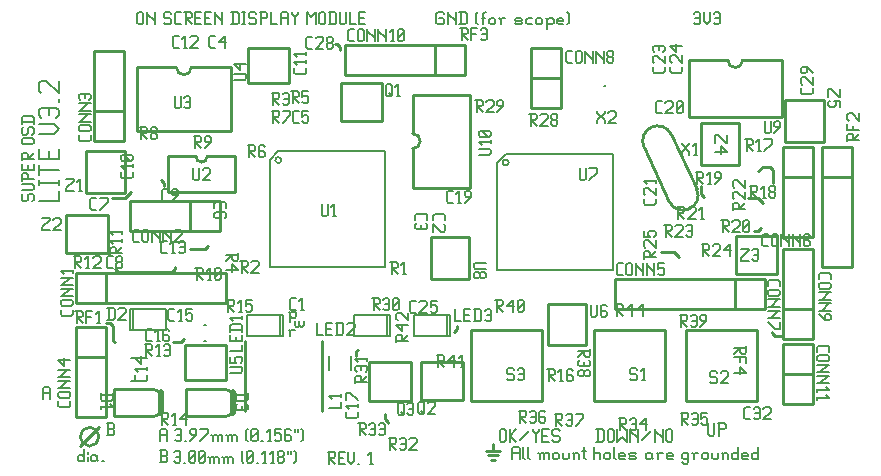
<source format=gbr>
G04 start of page 7 for group -4079 idx -4079 *
G04 Title: (unknown), topsilk *
G04 Creator: pcb 20091103 *
G04 CreationDate: Tue 04 Jan 2011 15:16:32 GMT UTC *
G04 For: thomas *
G04 Format: Gerber/RS-274X *
G04 PCB-Dimensions: 285430 157480 *
G04 PCB-Coordinate-Origin: lower left *
%MOIN*%
%FSLAX25Y25*%
%LNFRONTSILK*%
%ADD11C,0.0100*%
%ADD15C,0.0200*%
%ADD60C,0.0060*%
%ADD61C,0.0066*%
%ADD62C,0.0080*%
G54D11*X157481Y5288D02*X160631D01*
X158269Y3713D02*X159843D01*
X159056Y9225D02*Y6863D01*
X156694D02*X161418D01*
X215000Y72980D02*X219500D01*
X221000Y71480D01*
X246000Y79980D02*X247500D01*
X248500Y80980D01*
X252000Y46480D02*Y45980D01*
X253000Y44980D01*
X255000D01*
X244000Y90980D02*X247500D01*
X228500Y94980D02*Y92480D01*
X229500Y91480D01*
X252500Y95980D02*Y100480D01*
X251500Y101480D01*
X249000D01*
X247500Y99980D01*
Y90980D02*X249000Y89480D01*
X36500Y90980D02*X38500Y92980D01*
X32000Y90980D02*X36500D01*
X33000Y67480D02*X34000Y66480D01*
X52000D01*
X53000Y67480D01*
Y67980D01*
X58000Y73980D02*X63000D01*
X64000Y74980D01*
X49500Y94980D02*Y95980D01*
X52500Y42980D02*X55000D01*
X56000Y43980D01*
X49500Y95980D02*X48500Y96980D01*
X21409Y8436D02*X27708Y14735D01*
X30000Y49480D02*X31500D01*
X32500Y48480D01*
Y43480D01*
X33000Y42980D01*
X147000Y48480D02*Y47480D01*
X106500Y142480D02*X107000D01*
X108000Y141480D01*
Y140393D01*
X147000Y47480D02*X146000Y46480D01*
X113500Y38480D02*Y39980D01*
X114000Y40480D01*
X124000Y15980D02*Y16480D01*
X123000Y17480D01*
Y18980D01*
X24558Y14735D02*G75*G03X21408Y11585I0J-3150D01*G01*
G75*G03X24557Y8436I3149J0D01*G01*
G75*G03X27708Y11587I0J3151D01*G01*
G75*G03X24560Y14735I-3148J0D01*G01*
G54D60*X188000Y100990D02*Y97525D01*
X188495Y97030D01*
X189485D01*
X189980Y97525D01*
Y100990D02*Y97525D01*
X191168Y97030D02*X193643Y99505D01*
Y100990D02*Y99505D01*
X191168Y100990D02*X193643D01*
X225984Y152561D02*X226499Y153076D01*
X227529D01*
X228044Y152561D01*
Y149471D01*
X227529Y148956D02*X228044Y149471D01*
X226499Y148956D02*X227529D01*
X225984Y149471D02*X226499Y148956D01*
Y151016D02*X228044D01*
X229281Y153076D02*Y149986D01*
X230311Y148956D01*
X231341Y149986D01*
Y153076D02*Y149986D01*
X232578Y152561D02*X233093Y153076D01*
X234123D01*
X234638Y152561D01*
Y149471D01*
X234123Y148956D02*X234638Y149471D01*
X233093Y148956D02*X234123D01*
X232578Y149471D02*X233093Y148956D01*
Y151016D02*X234638D01*
X142218Y153076D02*X142733Y152561D01*
X140673Y153076D02*X142218D01*
X140158Y152561D02*X140673Y153076D01*
X140158Y152561D02*Y149471D01*
X140673Y148956D01*
X142218D01*
X142733Y149471D01*
Y150501D02*Y149471D01*
X142218Y151016D02*X142733Y150501D01*
X141188Y151016D02*X142218D01*
X143970Y153076D02*Y148956D01*
Y153076D02*Y152561D01*
X146545Y149986D01*
Y153076D02*Y148956D01*
X148297Y153076D02*Y148956D01*
X149842Y153076D02*X150357Y152561D01*
Y149471D01*
X149842Y148956D02*X150357Y149471D01*
X147782Y148956D02*X149842D01*
X147782Y153076D02*X149842D01*
X153448Y149471D02*X153963Y148956D01*
X153448Y152561D02*X153963Y153076D01*
X153448Y152561D02*Y149471D01*
X155715Y152561D02*Y148956D01*
Y152561D02*X156230Y153076D01*
X156745D01*
X155200Y151016D02*X156230D01*
X157776Y150501D02*Y149471D01*
Y150501D02*X158291Y151016D01*
X159321D01*
X159836Y150501D01*
Y149471D01*
X159321Y148956D02*X159836Y149471D01*
X158291Y148956D02*X159321D01*
X157776Y149471D02*X158291Y148956D01*
X161588Y150501D02*Y148956D01*
Y150501D02*X162103Y151016D01*
X163133D01*
X161073D02*X161588Y150501D01*
X166739Y148956D02*X168284D01*
X168799Y149471D01*
X168284Y149986D02*X168799Y149471D01*
X166739Y149986D02*X168284D01*
X166224Y150501D02*X166739Y149986D01*
X166224Y150501D02*X166739Y151016D01*
X168284D01*
X168799Y150501D01*
X166224Y149471D02*X166739Y148956D01*
X170551Y151016D02*X172096D01*
X170036Y150501D02*X170551Y151016D01*
X170036Y150501D02*Y149471D01*
X170551Y148956D01*
X172096D01*
X173333Y150501D02*Y149471D01*
Y150501D02*X173848Y151016D01*
X174878D01*
X175393Y150501D01*
Y149471D01*
X174878Y148956D02*X175393Y149471D01*
X173848Y148956D02*X174878D01*
X173333Y149471D02*X173848Y148956D01*
X177145Y150501D02*Y147411D01*
X176630Y151016D02*X177145Y150501D01*
X177660Y151016D01*
X178690D01*
X179205Y150501D01*
Y149471D01*
X178690Y148956D02*X179205Y149471D01*
X177660Y148956D02*X178690D01*
X177145Y149471D02*X177660Y148956D01*
X180957D02*X182502D01*
X180442Y149471D02*X180957Y148956D01*
X180442Y150501D02*Y149471D01*
Y150501D02*X180957Y151016D01*
X181987D01*
X182502Y150501D01*
X180442Y149986D02*X182502D01*
Y150501D02*Y149986D01*
X183739Y153076D02*X184254Y152561D01*
Y149471D01*
X183739Y148956D02*X184254Y149471D01*
X161280Y13478D02*Y10388D01*
Y13478D02*X161795Y13993D01*
X162825D01*
X163340Y13478D01*
Y10388D01*
X162825Y9873D02*X163340Y10388D01*
X161795Y9873D02*X162825D01*
X161280Y10388D02*X161795Y9873D01*
X164577Y13993D02*Y9873D01*
Y11933D02*X166637Y13993D01*
X164577Y11933D02*X166637Y9873D01*
X167874Y10388D02*X170964Y13478D01*
X172201Y13993D02*Y13478D01*
X173231Y12448D01*
X174261Y13478D01*
Y13993D02*Y13478D01*
X173231Y12448D02*Y9873D01*
X175498Y11933D02*X177043D01*
X175498Y9873D02*X177558D01*
X175498Y13993D02*Y9873D01*
Y13993D02*X177558D01*
X180855D02*X181370Y13478D01*
X179310Y13993D02*X180855D01*
X178795Y13478D02*X179310Y13993D01*
X178795Y13478D02*Y12448D01*
X179310Y11933D01*
X180855D01*
X181370Y11418D01*
Y10388D01*
X180855Y9873D02*X181370Y10388D01*
X179310Y9873D02*X180855D01*
X178795Y10388D02*X179310Y9873D01*
X230709Y16068D02*Y12463D01*
X231224Y11948D01*
X232254D01*
X232769Y12463D01*
Y16068D02*Y12463D01*
X234521Y16068D02*Y11948D01*
X234006Y16068D02*X236066D01*
X236581Y15553D01*
Y14523D01*
X236066Y14008D02*X236581Y14523D01*
X234521Y14008D02*X236066D01*
X193929Y14068D02*Y9948D01*
X195474Y14068D02*X195989Y13553D01*
Y10463D01*
X195474Y9948D02*X195989Y10463D01*
X193414Y9948D02*X195474D01*
X193414Y14068D02*X195474D01*
X197226Y13553D02*Y10463D01*
Y13553D02*X197741Y14068D01*
X198771D01*
X199286Y13553D01*
Y10463D01*
X198771Y9948D02*X199286Y10463D01*
X197741Y9948D02*X198771D01*
X197226Y10463D02*X197741Y9948D01*
X200523Y14068D02*Y9948D01*
X202068Y11493D01*
X203613Y9948D01*
Y14068D02*Y9948D01*
X204850Y14068D02*Y9948D01*
Y14068D02*Y13553D01*
X207425Y10978D01*
Y14068D02*Y9948D01*
X208662Y10463D02*X211752Y13553D01*
X212989Y14068D02*Y9948D01*
Y14068D02*Y13553D01*
X215564Y10978D01*
Y14068D02*Y9948D01*
X216801Y13553D02*Y10463D01*
Y13553D02*X217316Y14068D01*
X218346D01*
X218861Y13553D01*
Y10463D01*
X218346Y9948D02*X218861Y10463D01*
X217316Y9948D02*X218346D01*
X216801Y10463D02*X217316Y9948D01*
X165354Y7680D02*Y4075D01*
Y7680D02*X165869Y8195D01*
X167414D01*
X167929Y7680D01*
Y4075D01*
X165354Y6135D02*X167929D01*
X169166Y8195D02*Y4590D01*
X169681Y4075D01*
X170712Y8195D02*Y4590D01*
X171227Y4075D01*
X174627Y5620D02*Y4075D01*
Y5620D02*X175142Y6135D01*
X175657D01*
X176172Y5620D01*
Y4075D01*
Y5620D02*X176687Y6135D01*
X177202D01*
X177717Y5620D01*
Y4075D01*
X174112Y6135D02*X174627Y5620D01*
X178954D02*Y4590D01*
Y5620D02*X179469Y6135D01*
X180499D01*
X181014Y5620D01*
Y4590D01*
X180499Y4075D02*X181014Y4590D01*
X179469Y4075D02*X180499D01*
X178954Y4590D02*X179469Y4075D01*
X182251Y6135D02*Y4590D01*
X182766Y4075D01*
X183796D01*
X184311Y4590D01*
Y6135D02*Y4590D01*
X186063Y5620D02*Y4075D01*
Y5620D02*X186578Y6135D01*
X187093D01*
X187608Y5620D01*
Y4075D01*
X185548Y6135D02*X186063Y5620D01*
X189360Y8195D02*Y4590D01*
X189875Y4075D01*
X188845Y6650D02*X189875D01*
X192760Y8195D02*Y4075D01*
Y5620D02*X193275Y6135D01*
X194305D01*
X194820Y5620D01*
Y4075D01*
X196057Y5620D02*Y4590D01*
Y5620D02*X196572Y6135D01*
X197602D01*
X198117Y5620D01*
Y4590D01*
X197602Y4075D02*X198117Y4590D01*
X196572Y4075D02*X197602D01*
X196057Y4590D02*X196572Y4075D01*
X199354Y8195D02*Y4590D01*
X199869Y4075D01*
X201415D02*X202960D01*
X200900Y4590D02*X201415Y4075D01*
X200900Y5620D02*Y4590D01*
Y5620D02*X201415Y6135D01*
X202445D01*
X202960Y5620D01*
X200900Y5105D02*X202960D01*
Y5620D02*Y5105D01*
X204712Y4075D02*X206257D01*
X206772Y4590D01*
X206257Y5105D02*X206772Y4590D01*
X204712Y5105D02*X206257D01*
X204197Y5620D02*X204712Y5105D01*
X204197Y5620D02*X204712Y6135D01*
X206257D01*
X206772Y5620D01*
X204197Y4590D02*X204712Y4075D01*
X211408Y6135D02*X211923Y5620D01*
X210378Y6135D02*X211408D01*
X209863Y5620D02*X210378Y6135D01*
X209863Y5620D02*Y4590D01*
X210378Y4075D01*
X211923Y6135D02*Y4590D01*
X212438Y4075D01*
X210378D02*X211408D01*
X211923Y4590D01*
X214190Y5620D02*Y4075D01*
Y5620D02*X214705Y6135D01*
X215735D01*
X213675D02*X214190Y5620D01*
X217487Y4075D02*X219032D01*
X216972Y4590D02*X217487Y4075D01*
X216972Y5620D02*Y4590D01*
Y5620D02*X217487Y6135D01*
X218517D01*
X219032Y5620D01*
X216972Y5105D02*X219032D01*
Y5620D02*Y5105D01*
X223668Y6135D02*X224183Y5620D01*
X222638Y6135D02*X223668D01*
X222123Y5620D02*X222638Y6135D01*
X222123Y5620D02*Y4590D01*
X222638Y4075D01*
X223668D01*
X224183Y4590D01*
X222123Y3045D02*X222638Y2530D01*
X223668D01*
X224183Y3045D01*
Y6135D02*Y3045D01*
X225935Y5620D02*Y4075D01*
Y5620D02*X226450Y6135D01*
X227480D01*
X225420D02*X225935Y5620D01*
X228717D02*Y4590D01*
Y5620D02*X229232Y6135D01*
X230262D01*
X230777Y5620D01*
Y4590D01*
X230262Y4075D02*X230777Y4590D01*
X229232Y4075D02*X230262D01*
X228717Y4590D02*X229232Y4075D01*
X232014Y6135D02*Y4590D01*
X232529Y4075D01*
X233559D01*
X234074Y4590D01*
Y6135D02*Y4590D01*
X235826Y5620D02*Y4075D01*
Y5620D02*X236341Y6135D01*
X236856D01*
X237371Y5620D01*
Y4075D01*
X235311Y6135D02*X235826Y5620D01*
X240668Y8195D02*Y4075D01*
X240153D02*X240668Y4590D01*
X239123Y4075D02*X240153D01*
X238608Y4590D02*X239123Y4075D01*
X238608Y5620D02*Y4590D01*
Y5620D02*X239123Y6135D01*
X240153D01*
X240668Y5620D01*
X242420Y4075D02*X243965D01*
X241905Y4590D02*X242420Y4075D01*
X241905Y5620D02*Y4590D01*
Y5620D02*X242420Y6135D01*
X243450D01*
X243965Y5620D01*
X241905Y5105D02*X243965D01*
Y5620D02*Y5105D01*
X247262Y8195D02*Y4075D01*
X246747D02*X247262Y4590D01*
X245717Y4075D02*X246747D01*
X245202Y4590D02*X245717Y4075D01*
X245202Y5620D02*Y4590D01*
Y5620D02*X245717Y6135D01*
X246747D01*
X247262Y5620D01*
X48000Y13480D02*Y9980D01*
Y13480D02*X48500Y13980D01*
X50000D01*
X50500Y13480D01*
Y9980D01*
X48000Y11980D02*X50500D01*
X91463Y52625D02*Y49655D01*
X90968Y53120D02*X91463Y52625D01*
X91958Y53120D01*
X92948D01*
X93443Y52625D01*
Y51635D01*
X92948Y51140D02*X93443Y51635D01*
X91958Y51140D02*X92948D01*
X91463Y51635D02*X91958Y51140D01*
X52819Y6436D02*X53319Y6936D01*
X54319D01*
X54819Y6436D01*
Y3436D01*
X54319Y2936D02*X54819Y3436D01*
X53319Y2936D02*X54319D01*
X52819Y3436D02*X53319Y2936D01*
Y4936D02*X54819D01*
X56020Y2936D02*X56520D01*
X57721Y3436D02*X58221Y2936D01*
X57721Y6436D02*Y3436D01*
Y6436D02*X58221Y6936D01*
X59221D01*
X59721Y6436D01*
Y3436D01*
X59221Y2936D02*X59721Y3436D01*
X58221Y2936D02*X59221D01*
X57721Y3936D02*X59721Y5936D01*
X60922Y3436D02*X61422Y2936D01*
X60922Y6436D02*Y3436D01*
Y6436D02*X61422Y6936D01*
X62422D01*
X62922Y6436D01*
Y3436D01*
X62422Y2936D02*X62922Y3436D01*
X61422Y2936D02*X62422D01*
X60922Y3936D02*X62922Y5936D01*
X64623Y4436D02*Y2936D01*
Y4436D02*X65123Y4936D01*
X65623D01*
X66123Y4436D01*
Y2936D01*
Y4436D02*X66623Y4936D01*
X67123D01*
X67623Y4436D01*
Y2936D01*
X64123Y4936D02*X64623Y4436D01*
X69324D02*Y2936D01*
Y4436D02*X69824Y4936D01*
X70324D01*
X70824Y4436D01*
Y2936D01*
Y4436D02*X71324Y4936D01*
X71824D01*
X72324Y4436D01*
Y2936D01*
X68824Y4936D02*X69324Y4436D01*
X75325Y3436D02*X75825Y2936D01*
X75325Y6436D02*X75825Y6936D01*
X75325Y6436D02*Y3436D01*
X77026D02*X77526Y2936D01*
X77026Y6436D02*Y3436D01*
Y6436D02*X77526Y6936D01*
X78526D01*
X79026Y6436D01*
Y3436D01*
X78526Y2936D02*X79026Y3436D01*
X77526Y2936D02*X78526D01*
X77026Y3936D02*X79026Y5936D01*
X80227Y2936D02*X80727D01*
X82428D02*X83428D01*
X82928Y6936D02*Y2936D01*
X81928Y5936D02*X82928Y6936D01*
X85129Y2936D02*X86129D01*
X85629Y6936D02*Y2936D01*
X84629Y5936D02*X85629Y6936D01*
X87330Y3436D02*X87830Y2936D01*
X87330Y4436D02*Y3436D01*
Y4436D02*X87830Y4936D01*
X88830D01*
X89330Y4436D01*
Y3436D01*
X88830Y2936D02*X89330Y3436D01*
X87830Y2936D02*X88830D01*
X87330Y5436D02*X87830Y4936D01*
X87330Y6436D02*Y5436D01*
Y6436D02*X87830Y6936D01*
X88830D01*
X89330Y6436D01*
Y5436D01*
X88830Y4936D02*X89330Y5436D01*
X90531Y6936D02*Y5936D01*
X91531Y6936D02*Y5936D01*
X92732Y6936D02*X93232Y6436D01*
Y3436D01*
X92732Y2936D02*X93232Y3436D01*
X91463Y46625D02*Y45140D01*
Y46625D02*X91958Y47120D01*
X92948D01*
X90968D02*X91463Y46625D01*
X48000Y2980D02*X50000D01*
X50500Y3480D01*
Y4480D02*Y3480D01*
X50000Y4980D02*X50500Y4480D01*
X48500Y4980D02*X50000D01*
X48500Y6980D02*Y2980D01*
X48000Y6980D02*X50000D01*
X50500Y6480D01*
Y5480D01*
X50000Y4980D02*X50500Y5480D01*
X9000Y27480D02*Y23980D01*
Y27480D02*X9500Y27980D01*
X11000D01*
X11500Y27480D01*
Y23980D01*
X9000Y25980D02*X11500D01*
X30342Y11949D02*X32342D01*
X32842Y12449D01*
Y13449D02*Y12449D01*
X32342Y13949D02*X32842Y13449D01*
X30842Y13949D02*X32342D01*
X30842Y15949D02*Y11949D01*
X30342Y15949D02*X32342D01*
X32842Y15449D01*
Y14449D01*
X32342Y13949D02*X32842Y14449D01*
X53032Y13692D02*X53547Y14207D01*
X54577D01*
X55092Y13692D01*
Y10602D01*
X54577Y10087D02*X55092Y10602D01*
X53547Y10087D02*X54577D01*
X53032Y10602D02*X53547Y10087D01*
Y12147D02*X55092D01*
X56329Y10087D02*X56844D01*
X58081D02*X60141Y12147D01*
Y13692D02*Y12147D01*
X59626Y14207D02*X60141Y13692D01*
X58596Y14207D02*X59626D01*
X58081Y13692D02*X58596Y14207D01*
X58081Y13692D02*Y12662D01*
X58596Y12147D01*
X60141D01*
X61378Y10087D02*X63953Y12662D01*
Y14207D02*Y12662D01*
X61378Y14207D02*X63953D01*
X65705Y11632D02*Y10087D01*
Y11632D02*X66220Y12147D01*
X66735D01*
X67250Y11632D01*
Y10087D01*
Y11632D02*X67765Y12147D01*
X68280D01*
X68795Y11632D01*
Y10087D01*
X65190Y12147D02*X65705Y11632D01*
X70547D02*Y10087D01*
Y11632D02*X71062Y12147D01*
X71577D01*
X72092Y11632D01*
Y10087D01*
Y11632D02*X72607Y12147D01*
X73122D01*
X73637Y11632D01*
Y10087D01*
X70032Y12147D02*X70547Y11632D01*
X76728Y10602D02*X77243Y10087D01*
X76728Y13692D02*X77243Y14207D01*
X76728Y13692D02*Y10602D01*
X78480D02*X78995Y10087D01*
X78480Y13692D02*Y10602D01*
Y13692D02*X78995Y14207D01*
X80025D01*
X80540Y13692D01*
Y10602D01*
X80025Y10087D02*X80540Y10602D01*
X78995Y10087D02*X80025D01*
X78480Y11117D02*X80540Y13177D01*
X81777Y10087D02*X82292D01*
X84044D02*X85074D01*
X84559Y14207D02*Y10087D01*
X83529Y13177D02*X84559Y14207D01*
X86311D02*X88371D01*
X86311D02*Y12147D01*
X86826Y12662D01*
X87856D01*
X88371Y12147D01*
Y10602D01*
X87856Y10087D02*X88371Y10602D01*
X86826Y10087D02*X87856D01*
X86311Y10602D02*X86826Y10087D01*
X91153Y14207D02*X91668Y13692D01*
X90123Y14207D02*X91153D01*
X89608Y13692D02*X90123Y14207D01*
X89608Y13692D02*Y10602D01*
X90123Y10087D01*
X91153Y12147D02*X91668Y11632D01*
X89608Y12147D02*X91153D01*
X90123Y10087D02*X91153D01*
X91668Y10602D01*
Y11632D02*Y10602D01*
X92905Y14207D02*Y13177D01*
X93935Y14207D02*Y13177D01*
X95172Y14207D02*X95687Y13692D01*
Y10602D01*
X95172Y10087D02*X95687Y10602D01*
X92968Y50120D02*Y48635D01*
X93463Y48140D01*
X93958D01*
X94453Y48635D01*
Y50120D02*Y48635D01*
X94948Y48140D01*
X95443D01*
X95938Y48635D01*
Y50120D02*Y48635D01*
X22683Y7406D02*Y3286D01*
X22168D02*X22683Y3801D01*
X21138Y3286D02*X22168D01*
X20623Y3801D02*X21138Y3286D01*
X20623Y4831D02*Y3801D01*
Y4831D02*X21138Y5346D01*
X22168D01*
X22683Y4831D01*
X23920Y6376D02*Y5861D01*
Y4831D02*Y3286D01*
X26496Y5346D02*X27011Y4831D01*
X25466Y5346D02*X26496D01*
X24951Y4831D02*X25466Y5346D01*
X24951Y4831D02*Y3801D01*
X25466Y3286D01*
X27011Y5346D02*Y3801D01*
X27526Y3286D01*
X25466D02*X26496D01*
X27011Y3801D01*
X28763Y3286D02*X29278D01*
X104000Y6490D02*X105980D01*
X106475Y5995D01*
Y5005D01*
X105980Y4510D02*X106475Y5005D01*
X104495Y4510D02*X105980D01*
X104495Y6490D02*Y2530D01*
Y4510D02*X106475Y2530D01*
X107663Y4510D02*X109148D01*
X107663Y2530D02*X109643D01*
X107663Y6490D02*Y2530D01*
Y6490D02*X109643D01*
X110832D02*Y3520D01*
X111822Y2530D01*
X112812Y3520D01*
Y6490D02*Y3520D01*
X114001Y2530D02*X114496D01*
X117962D02*X118952D01*
X118457Y6490D02*Y2530D01*
X117467Y5500D02*X118457Y6490D01*
X1990Y91960D02*X2485Y92455D01*
X1990Y91960D02*Y90475D01*
X2485Y89980D02*X1990Y90475D01*
X2485Y89980D02*X3475D01*
X3970Y90475D01*
Y91960D02*Y90475D01*
Y91960D02*X4465Y92455D01*
X5455D01*
X5950Y91960D02*X5455Y92455D01*
X5950Y91960D02*Y90475D01*
X5455Y89980D02*X5950Y90475D01*
X1990Y93643D02*X5455D01*
X5950Y94138D01*
Y95128D02*Y94138D01*
Y95128D02*X5455Y95623D01*
X1990D02*X5455D01*
X1990Y97307D02*X5950D01*
X1990Y98792D02*Y96812D01*
Y98792D02*X2485Y99287D01*
X3475D01*
X3970Y98792D02*X3475Y99287D01*
X3970Y98792D02*Y97307D01*
Y101961D02*Y100476D01*
X5950Y102456D02*Y100476D01*
X1990D02*X5950D01*
X1990Y102456D02*Y100476D01*
Y105625D02*Y103645D01*
Y105625D02*X2485Y106120D01*
X3475D01*
X3970Y105625D02*X3475Y106120D01*
X3970Y105625D02*Y104140D01*
X1990D02*X5950D01*
X3970D02*X5950Y106120D01*
X2485Y109091D02*X5455D01*
X2485D02*X1990Y109586D01*
Y110576D02*Y109586D01*
Y110576D02*X2485Y111071D01*
X5455D01*
X5950Y110576D02*X5455Y111071D01*
X5950Y110576D02*Y109586D01*
X5455Y109091D02*X5950Y109586D01*
X1990Y114240D02*X2485Y114735D01*
X1990Y114240D02*Y112755D01*
X2485Y112260D02*X1990Y112755D01*
X2485Y112260D02*X3475D01*
X3970Y112755D01*
Y114240D02*Y112755D01*
Y114240D02*X4465Y114735D01*
X5455D01*
X5950Y114240D02*X5455Y114735D01*
X5950Y114240D02*Y112755D01*
X5455Y112260D02*X5950Y112755D01*
X1990Y116419D02*X5950D01*
X1990Y117904D02*X2485Y118399D01*
X5455D01*
X5950Y117904D02*X5455Y118399D01*
X5950Y117904D02*Y115924D01*
X1990Y117904D02*Y115924D01*
G54D61*X7660Y89980D02*X14300D01*
Y93300D02*Y89980D01*
X7660Y96953D02*Y95293D01*
Y96123D02*X14300D01*
Y96953D02*Y95293D01*
X7660Y102267D02*Y98947D01*
Y100607D02*X14300D01*
X10980Y106750D02*Y104260D01*
X14300Y107580D02*Y104260D01*
X7660D02*X14300D01*
X7660Y107580D02*Y104260D01*
Y112562D02*X12640D01*
X14300Y114222D01*
X12640Y115882D01*
X7660D02*X12640D01*
X8490Y117876D02*X7660Y118706D01*
Y120366D02*Y118706D01*
Y120366D02*X8490Y121196D01*
X13470D01*
X14300Y120366D02*X13470Y121196D01*
X14300Y120366D02*Y118706D01*
X13470Y117876D02*X14300Y118706D01*
X10980Y121196D02*Y118706D01*
X14300Y124019D02*Y123189D01*
X8490Y126013D02*X7660Y126843D01*
Y129333D02*Y126843D01*
Y129333D02*X8490Y130163D01*
X10150D01*
X14300Y126013D02*X10150Y130163D01*
X14300D02*Y126013D01*
G54D60*X40500Y152480D02*Y149480D01*
Y152480D02*X41000Y152980D01*
X42000D01*
X42500Y152480D01*
Y149480D01*
X42000Y148980D02*X42500Y149480D01*
X41000Y148980D02*X42000D01*
X40500Y149480D02*X41000Y148980D01*
X43701Y152980D02*Y148980D01*
Y152980D02*Y152480D01*
X46201Y149980D01*
Y152980D02*Y148980D01*
X51202Y152980D02*X51702Y152480D01*
X49702Y152980D02*X51202D01*
X49202Y152480D02*X49702Y152980D01*
X49202Y152480D02*Y151480D01*
X49702Y150980D01*
X51202D01*
X51702Y150480D01*
Y149480D01*
X51202Y148980D02*X51702Y149480D01*
X49702Y148980D02*X51202D01*
X49202Y149480D02*X49702Y148980D01*
X53403D02*X54903D01*
X52903Y149480D02*X53403Y148980D01*
X52903Y152480D02*Y149480D01*
Y152480D02*X53403Y152980D01*
X54903D01*
X56104D02*X58104D01*
X58604Y152480D01*
Y151480D01*
X58104Y150980D02*X58604Y151480D01*
X56604Y150980D02*X58104D01*
X56604Y152980D02*Y148980D01*
Y150980D02*X58604Y148980D01*
X59805Y150980D02*X61305D01*
X59805Y148980D02*X61805D01*
X59805Y152980D02*Y148980D01*
Y152980D02*X61805D01*
X63006Y150980D02*X64506D01*
X63006Y148980D02*X65006D01*
X63006Y152980D02*Y148980D01*
Y152980D02*X65006D01*
X66207D02*Y148980D01*
Y152980D02*Y152480D01*
X68707Y149980D01*
Y152980D02*Y148980D01*
X72208Y152980D02*Y148980D01*
X73708Y152980D02*X74208Y152480D01*
Y149480D01*
X73708Y148980D02*X74208Y149480D01*
X71708Y148980D02*X73708D01*
X71708Y152980D02*X73708D01*
X75409D02*X76409D01*
X75909D02*Y148980D01*
X75409D02*X76409D01*
X79610Y152980D02*X80110Y152480D01*
X78110Y152980D02*X79610D01*
X77610Y152480D02*X78110Y152980D01*
X77610Y152480D02*Y151480D01*
X78110Y150980D01*
X79610D01*
X80110Y150480D01*
Y149480D01*
X79610Y148980D02*X80110Y149480D01*
X78110Y148980D02*X79610D01*
X77610Y149480D02*X78110Y148980D01*
X81811Y152980D02*Y148980D01*
X81311Y152980D02*X83311D01*
X83811Y152480D01*
Y151480D01*
X83311Y150980D02*X83811Y151480D01*
X81811Y150980D02*X83311D01*
X85012Y152980D02*Y148980D01*
X87012D01*
X88213Y152480D02*Y148980D01*
Y152480D02*X88713Y152980D01*
X90213D01*
X90713Y152480D01*
Y148980D01*
X88213Y150980D02*X90713D01*
X91914Y152980D02*Y152480D01*
X92914Y151480D01*
X93914Y152480D01*
Y152980D02*Y152480D01*
X92914Y151480D02*Y148980D01*
X96915Y152980D02*Y148980D01*
Y152980D02*X98415Y151480D01*
X99915Y152980D01*
Y148980D01*
X101116Y152480D02*Y149480D01*
Y152480D02*X101616Y152980D01*
X102616D01*
X103116Y152480D01*
Y149480D01*
X102616Y148980D02*X103116Y149480D01*
X101616Y148980D02*X102616D01*
X101116Y149480D02*X101616Y148980D01*
X104817Y152980D02*Y148980D01*
X106317Y152980D02*X106817Y152480D01*
Y149480D01*
X106317Y148980D02*X106817Y149480D01*
X104317Y148980D02*X106317D01*
X104317Y152980D02*X106317D01*
X108018D02*Y149480D01*
X108518Y148980D01*
X109518D01*
X110018Y149480D01*
Y152980D02*Y149480D01*
X111219Y152980D02*Y148980D01*
X113219D01*
X114420Y150980D02*X115920D01*
X114420Y148980D02*X116420D01*
X114420Y152980D02*Y148980D01*
Y152980D02*X116420D01*
G54D11*X134964Y36490D02*X148864D01*
X134964D02*Y23690D01*
X148864D01*
Y36490D02*Y23690D01*
G54D62*X144764Y52090D02*Y45090D01*
X132764Y52090D02*X144764D01*
X132764D02*Y45090D01*
X144764D01*
X143764Y52090D02*Y45090D01*
G54D11*X76334Y43578D02*Y19956D01*
X102168Y43578D02*Y19956D01*
G54D62*X111708Y38452D02*Y33728D01*
X104228Y38452D02*Y33728D01*
G54D11*X223441Y47106D02*X247063D01*
X223441Y23484D02*X247063D01*
X223441Y47106D02*Y23484D01*
X247063Y47106D02*Y23484D01*
X255764Y42590D02*Y22590D01*
X265764D01*
Y42590D01*
X255764D01*
Y32590D02*X265764D01*
Y42590D01*
X151811Y47106D02*X175433D01*
X151811Y23484D02*X175433D01*
X151811Y47106D02*Y23484D01*
X175433Y47106D02*Y23484D01*
X190164Y55890D02*Y41990D01*
X177364Y55890D02*X190164D01*
X177364D02*Y41990D01*
X190164D01*
X192811Y47106D02*X216433D01*
X192811Y23484D02*X216433D01*
X192811Y47106D02*Y23484D01*
X216433Y47106D02*Y23484D01*
X19968Y56090D02*X69968D01*
Y66090D02*Y56090D01*
X19968Y66090D02*X69968D01*
X19968D02*Y56090D01*
X29968Y66090D02*Y56090D01*
X19968Y66090D02*X29968D01*
G54D62*X124764Y52090D02*Y45090D01*
X112764Y52090D02*X124764D01*
X112764D02*Y45090D01*
X124764D01*
X123764Y52090D02*Y45090D01*
X88968Y52090D02*Y45090D01*
X76968Y52090D02*X88968D01*
X76968D02*Y45090D01*
X88968D01*
X87968Y52090D02*Y45090D01*
G54D11*X117764Y23590D02*X131664D01*
Y36390D02*Y23590D01*
X117764Y36390D02*X131664D01*
X117764D02*Y23590D01*
G54D62*X38511Y30169D02*X43235D01*
X38511Y37649D02*X43235D01*
X87481Y106627D02*X123151D01*
Y68057D01*
X84581D01*
Y103727D01*
X87481Y106627D01*
X86481Y103727D02*G75*G03X86481Y103727I1000J0D01*G01*
G54D11*X23468Y106790D02*Y92890D01*
X36268D01*
Y106790D01*
X23468D01*
X37968Y90090D02*X67968D01*
X37968D02*Y80090D01*
X67968D01*
Y90090D02*Y80090D01*
X57968Y90090D02*Y80090D01*
X67968D01*
X50768Y104990D02*X59968D01*
X63768D02*X73068D01*
Y93190D01*
X50768D01*
Y104990D01*
X59968D02*G75*G03X63768Y104990I1900J0D01*G01*
X16768Y85590D02*X30668D01*
X16768D02*Y72790D01*
X30668D01*
Y85590D02*Y72790D01*
X40402Y134696D02*Y113484D01*
X71534D01*
Y134696D02*Y113484D01*
X40402Y134696D02*X53468D01*
X58468D02*X71534D01*
X53468D02*G75*G03X58468Y134696I2500J0D01*G01*
X35968Y140090D02*Y110090D01*
X25968Y140090D02*X35968D01*
X25968D02*Y110090D01*
X35968D01*
X25968Y120090D02*X35968D01*
X25968D02*Y110090D01*
X77268Y141090D02*X91168D01*
X77268D02*Y129290D01*
X91168D01*
Y141090D02*Y129290D01*
X19968Y48090D02*Y18090D01*
X29968D01*
Y48090D02*Y18090D01*
X19968Y48090D02*X29968D01*
X19968Y38090D02*X29968D01*
Y48090D02*Y38090D01*
G54D15*X48268Y26590D02*Y19590D01*
G54D11*Y26590D02*X45768Y27590D01*
X32668D02*X45768D01*
X32668D02*Y18590D01*
X45768D01*
X48268Y19590D01*
G54D62*X37968Y54090D02*Y47090D01*
X49968D01*
Y54090D01*
X37968D01*
X38968D02*Y47090D01*
G54D15*X72268Y26590D02*Y19590D01*
G54D11*Y26590D02*X69768Y27590D01*
X56668D02*X69768D01*
X56668D02*Y18590D01*
X69768D01*
X72268Y19590D01*
X56268Y42090D02*X70168D01*
X56268D02*Y30290D01*
X70168D01*
Y42090D02*Y30290D01*
G54D62*X62575Y43335D02*X63361D01*
X62575Y48845D02*X63361D01*
G54D11*X138264Y78090D02*Y64190D01*
X151064D01*
Y78090D01*
X138264D01*
X132264Y94590D02*X151264D01*
Y125590D02*Y94590D01*
X132264Y125590D02*X151264D01*
X132264Y107590D02*Y94590D01*
Y125590D02*Y112590D01*
Y107590D02*G75*G03X132264Y112590I0J2500D01*G01*
X108268Y116790D02*X122168D01*
Y129590D02*Y116790D01*
X108268Y129590D02*X122168D01*
X108268D02*Y116790D01*
X109764Y142090D02*X149764D01*
X109764D02*Y132090D01*
X149764D01*
Y142090D02*Y132090D01*
X139764Y142090D02*Y132090D01*
X149764D01*
X224264Y137090D02*Y118090D01*
X255264D01*
Y137090D01*
X224264D02*X237264D01*
X255264D02*X242264D01*
X237264D02*G75*G03X242264Y137090I2500J0D01*G01*
X256464Y123790D02*Y109890D01*
X269264D01*
Y123790D01*
X256464D01*
X228264Y116090D02*Y102190D01*
X241064D01*
Y116090D01*
X228264D01*
X255764Y108090D02*Y78090D01*
X265764D01*
Y108090D01*
X255764D01*
Y98090D02*X265764D01*
Y108090D01*
X239864Y78590D02*X253764D01*
X239864D02*Y65790D01*
X253764D01*
Y78590D02*Y65790D01*
X268764Y108090D02*Y68090D01*
X278764D01*
Y108090D01*
X268764D01*
Y98090D02*X278764D01*
Y108090D01*
X265764Y74090D02*Y44090D01*
X255764Y74090D02*X265764D01*
X255764D02*Y44090D01*
X265764D01*
X255764Y54090D02*X265764D01*
X255764D02*Y44090D01*
X199764Y64090D02*X249764D01*
X199764D02*Y54090D01*
X249764D01*
Y64090D02*Y54090D01*
X239764Y64090D02*Y54090D01*
X249764D01*
X171764Y141090D02*Y121090D01*
X181764D01*
Y141090D01*
X171764D01*
Y131090D02*X181764D01*
Y141090D01*
X218427Y112298D02*X226880Y94171D01*
X209364Y108071D02*X217817Y89944D01*
X218427Y112298D02*G75*G03X209364Y108070I-4531J-2113D01*G01*
X217817Y89945D02*G75*G03X226880Y94171I4531J2113D01*G01*
G54D62*X163230Y105847D02*X198900D01*
Y67277D01*
X160330D02*X198900D01*
X160330Y102947D02*Y67277D01*
Y102947D02*X163230Y105847D01*
X162230Y102947D02*G75*G03X162230Y102947I1000J0D01*G01*
G54D11*X196264Y128422D02*G75*G03X196264Y128421I5000J-8660D01*G01*
G54D60*X124818Y69740D02*X126818D01*
X127318Y69240D01*
Y68240D01*
X126818Y67740D02*X127318Y68240D01*
X125318Y67740D02*X126818D01*
X125318Y69740D02*Y65740D01*
Y67740D02*X127318Y65740D01*
X129019D02*X130019D01*
X129519Y69740D02*Y65740D01*
X128519Y68740D02*X129519Y69740D01*
X118791Y57638D02*X120791D01*
X121291Y57138D01*
Y56138D01*
X120791Y55638D02*X121291Y56138D01*
X119291Y55638D02*X120791D01*
X119291Y57638D02*Y53638D01*
Y55638D02*X121291Y53638D01*
X122492Y57138D02*X122992Y57638D01*
X123992D01*
X124492Y57138D01*
Y54138D01*
X123992Y53638D02*X124492Y54138D01*
X122992Y53638D02*X123992D01*
X122492Y54138D02*X122992Y53638D01*
Y55638D02*X124492D01*
X125693Y54138D02*X126193Y53638D01*
X125693Y57138D02*Y54138D01*
Y57138D02*X126193Y57638D01*
X127193D01*
X127693Y57138D01*
Y54138D01*
X127193Y53638D02*X127693Y54138D01*
X126193Y53638D02*X127193D01*
X125693Y54638D02*X127693Y56638D01*
X153064Y69590D02*X156564D01*
X153064D02*X152564Y69090D01*
Y68090D01*
X153064Y67590D01*
X156564D01*
X153064Y66389D02*X152564Y65889D01*
X153064Y66389D02*X154064D01*
X154564Y65889D01*
Y64889D01*
X154064Y64389D01*
X153064D02*X154064D01*
X152564Y64889D02*X153064Y64389D01*
X152564Y65889D02*Y64889D01*
X155064Y66389D02*X154564Y65889D01*
X155064Y66389D02*X156064D01*
X156564Y65889D01*
Y64889D01*
X156064Y64389D01*
X155064D02*X156064D01*
X154564Y64889D02*X155064Y64389D01*
X146264Y54090D02*Y50090D01*
X148264D01*
X149465Y52090D02*X150965D01*
X149465Y50090D02*X151465D01*
X149465Y54090D02*Y50090D01*
Y54090D02*X151465D01*
X153166D02*Y50090D01*
X154666Y54090D02*X155166Y53590D01*
Y50590D01*
X154666Y50090D02*X155166Y50590D01*
X152666Y50090D02*X154666D01*
X152666Y54090D02*X154666D01*
X156367Y53590D02*X156867Y54090D01*
X157867D01*
X158367Y53590D01*
Y50590D01*
X157867Y50090D02*X158367Y50590D01*
X156867Y50090D02*X157867D01*
X156367Y50590D02*X156867Y50090D01*
Y52090D02*X158367D01*
X131803Y52816D02*X133303D01*
X131303Y53316D02*X131803Y52816D01*
X131303Y56316D02*Y53316D01*
Y56316D02*X131803Y56816D01*
X133303D01*
X134504Y56316D02*X135004Y56816D01*
X136504D01*
X137004Y56316D01*
Y55316D01*
X134504Y52816D02*X137004Y55316D01*
X134504Y52816D02*X137004D01*
X138205Y56816D02*X140205D01*
X138205D02*Y54816D01*
X138705Y55316D01*
X139705D01*
X140205Y54816D01*
Y53316D01*
X139705Y52816D02*X140205Y53316D01*
X138705Y52816D02*X139705D01*
X138205Y53316D02*X138705Y52816D01*
X177145Y34028D02*X179145D01*
X179645Y33528D01*
Y32528D01*
X179145Y32028D02*X179645Y32528D01*
X177645Y32028D02*X179145D01*
X177645Y34028D02*Y30028D01*
Y32028D02*X179645Y30028D01*
X181346D02*X182346D01*
X181846Y34028D02*Y30028D01*
X180846Y33028D02*X181846Y34028D01*
X185047D02*X185547Y33528D01*
X184047Y34028D02*X185047D01*
X183547Y33528D02*X184047Y34028D01*
X183547Y33528D02*Y30528D01*
X184047Y30028D01*
X185047Y32028D02*X185547Y31528D01*
X183547Y32028D02*X185047D01*
X184047Y30028D02*X185047D01*
X185547Y30528D01*
Y31528D02*Y30528D01*
X165622Y34295D02*X166122Y33795D01*
X164122Y34295D02*X165622D01*
X163622Y33795D02*X164122Y34295D01*
X163622Y33795D02*Y32795D01*
X164122Y32295D01*
X165622D01*
X166122Y31795D01*
Y30795D01*
X165622Y30295D02*X166122Y30795D01*
X164122Y30295D02*X165622D01*
X163622Y30795D02*X164122Y30295D01*
X167323Y33795D02*X167823Y34295D01*
X168823D01*
X169323Y33795D01*
Y30795D01*
X168823Y30295D02*X169323Y30795D01*
X167823Y30295D02*X168823D01*
X167323Y30795D02*X167823Y30295D01*
Y32295D02*X169323D01*
X159850Y57130D02*X161850D01*
X162350Y56630D01*
Y55630D01*
X161850Y55130D02*X162350Y55630D01*
X160350Y55130D02*X161850D01*
X160350Y57130D02*Y53130D01*
Y55130D02*X162350Y53130D01*
X163551Y55130D02*X165551Y57130D01*
X163551Y55130D02*X166051D01*
X165551Y57130D02*Y53130D01*
X167252Y53630D02*X167752Y53130D01*
X167252Y56630D02*Y53630D01*
Y56630D02*X167752Y57130D01*
X168752D01*
X169252Y56630D01*
Y53630D01*
X168752Y53130D02*X169252Y53630D01*
X167752Y53130D02*X168752D01*
X167252Y54130D02*X169252Y56130D01*
X140350Y38630D02*X142350D01*
X142850Y38130D01*
Y37130D01*
X142350Y36630D02*X142850Y37130D01*
X140850Y36630D02*X142350D01*
X140850Y38630D02*Y34630D01*
Y36630D02*X142850Y34630D01*
X144051Y36630D02*X146051Y38630D01*
X144051Y36630D02*X146551D01*
X146051Y38630D02*Y34630D01*
X148252D02*X149252D01*
X148752Y38630D02*Y34630D01*
X147752Y37630D02*X148752Y38630D01*
X126826Y44971D02*Y42971D01*
Y44971D02*X127326Y45471D01*
X128326D01*
X128826Y44971D02*X128326Y45471D01*
X128826Y44971D02*Y43471D01*
X126826D02*X130826D01*
X128826D02*X130826Y45471D01*
X128826Y46672D02*X126826Y48672D01*
X128826Y49172D02*Y46672D01*
X126826Y48672D02*X130826D01*
X127326Y50373D02*X126826Y50873D01*
Y52373D02*Y50873D01*
Y52373D02*X127326Y52873D01*
X128326D01*
X130826Y50373D02*X128326Y52873D01*
X130826D02*Y50373D01*
X127264Y22390D02*Y19390D01*
Y22390D02*X127764Y22890D01*
X128764D01*
X129264Y22390D01*
Y19390D01*
X128764Y18890D02*X129264Y19390D01*
X127764Y18890D02*X128764D01*
X127264Y19390D02*X127764Y18890D01*
X128264Y19890D02*X129264Y18890D01*
X130465Y22390D02*X130965Y22890D01*
X131965D01*
X132465Y22390D01*
Y19390D01*
X131965Y18890D02*X132465Y19390D01*
X130965Y18890D02*X131965D01*
X130465Y19390D02*X130965Y18890D01*
Y20890D02*X132465D01*
X134136Y22770D02*Y19770D01*
Y22770D02*X134636Y23270D01*
X135636D01*
X136136Y22770D01*
Y19770D01*
X135636Y19270D02*X136136Y19770D01*
X134636Y19270D02*X135636D01*
X134136Y19770D02*X134636Y19270D01*
X135136Y20270D02*X136136Y19270D01*
X137337Y22770D02*X137837Y23270D01*
X139337D01*
X139837Y22770D01*
Y21770D01*
X137337Y19270D02*X139837Y21770D01*
X137337Y19270D02*X139837D01*
X124291Y11138D02*X126291D01*
X126791Y10638D01*
Y9638D01*
X126291Y9138D02*X126791Y9638D01*
X124791Y9138D02*X126291D01*
X124791Y11138D02*Y7138D01*
Y9138D02*X126791Y7138D01*
X127992Y10638D02*X128492Y11138D01*
X129492D01*
X129992Y10638D01*
Y7638D01*
X129492Y7138D02*X129992Y7638D01*
X128492Y7138D02*X129492D01*
X127992Y7638D02*X128492Y7138D01*
Y9138D02*X129992D01*
X131193Y10638D02*X131693Y11138D01*
X133193D01*
X133693Y10638D01*
Y9638D01*
X131193Y7138D02*X133693Y9638D01*
X131193Y7138D02*X133693D01*
X114122Y15988D02*X116122D01*
X116622Y15488D01*
Y14488D01*
X116122Y13988D02*X116622Y14488D01*
X114622Y13988D02*X116122D01*
X114622Y15988D02*Y11988D01*
Y13988D02*X116622Y11988D01*
X117823Y15488D02*X118323Y15988D01*
X119323D01*
X119823Y15488D01*
Y12488D01*
X119323Y11988D02*X119823Y12488D01*
X118323Y11988D02*X119323D01*
X117823Y12488D02*X118323Y11988D01*
Y13988D02*X119823D01*
X121024Y15488D02*X121524Y15988D01*
X122524D01*
X123024Y15488D01*
Y12488D01*
X122524Y11988D02*X123024Y12488D01*
X121524Y11988D02*X122524D01*
X121024Y12488D02*X121524Y11988D01*
Y13988D02*X123024D01*
X113882Y19720D02*Y18220D01*
X113382Y17720D02*X113882Y18220D01*
X110382Y17720D02*X113382D01*
X110382D02*X109882Y18220D01*
Y19720D02*Y18220D01*
X113882Y22421D02*Y21421D01*
X109882Y21921D02*X113882D01*
X110882Y20921D02*X109882Y21921D01*
X113882Y23622D02*X111382Y26122D01*
X109882D02*X111382D01*
X109882D02*Y23622D01*
X167614Y20240D02*X169614D01*
X170114Y19740D01*
Y18740D01*
X169614Y18240D02*X170114Y18740D01*
X168114Y18240D02*X169614D01*
X168114Y20240D02*Y16240D01*
Y18240D02*X170114Y16240D01*
X171315Y19740D02*X171815Y20240D01*
X172815D01*
X173315Y19740D01*
Y16740D01*
X172815Y16240D02*X173315Y16740D01*
X171815Y16240D02*X172815D01*
X171315Y16740D02*X171815Y16240D01*
Y18240D02*X173315D01*
X176016Y20240D02*X176516Y19740D01*
X175016Y20240D02*X176016D01*
X174516Y19740D02*X175016Y20240D01*
X174516Y19740D02*Y16740D01*
X175016Y16240D01*
X176016Y18240D02*X176516Y17740D01*
X174516Y18240D02*X176016D01*
X175016Y16240D02*X176016D01*
X176516Y16740D01*
Y17740D02*Y16740D01*
X144129Y89485D02*X145629D01*
X143629Y89985D02*X144129Y89485D01*
X143629Y92985D02*Y89985D01*
Y92985D02*X144129Y93485D01*
X145629D01*
X147330Y89485D02*X148330D01*
X147830Y93485D02*Y89485D01*
X146830Y92485D02*X147830Y93485D01*
X149531Y89485D02*X151531Y91485D01*
Y92985D02*Y91485D01*
X151031Y93485D02*X151531Y92985D01*
X150031Y93485D02*X151031D01*
X149531Y92985D02*X150031Y93485D01*
X149531Y92985D02*Y91985D01*
X150031Y91485D01*
X151531D01*
X233252Y33295D02*X233752Y32795D01*
X231752Y33295D02*X233252D01*
X231252Y32795D02*X231752Y33295D01*
X231252Y32795D02*Y31795D01*
X231752Y31295D01*
X233252D01*
X233752Y30795D01*
Y29795D01*
X233252Y29295D02*X233752Y29795D01*
X231752Y29295D02*X233252D01*
X231252Y29795D02*X231752Y29295D01*
X234953Y32795D02*X235453Y33295D01*
X236953D01*
X237453Y32795D01*
Y31795D01*
X234953Y29295D02*X237453Y31795D01*
X234953Y29295D02*X237453D01*
X243414Y41740D02*Y39740D01*
X242914Y39240D01*
X241914D02*X242914D01*
X241414Y39740D02*X241914Y39240D01*
X241414Y41240D02*Y39740D01*
X239414Y41240D02*X243414D01*
X241414D02*X239414Y39240D01*
Y38039D02*X243414D01*
Y36039D01*
X241414Y38039D02*Y36539D01*
Y34838D02*X243414Y32838D01*
X241414Y34838D02*Y32338D01*
X239414Y32838D02*X243414D01*
X243240Y17394D02*X244740D01*
X242740Y17894D02*X243240Y17394D01*
X242740Y20894D02*Y17894D01*
Y20894D02*X243240Y21394D01*
X244740D01*
X245941Y20894D02*X246441Y21394D01*
X247441D01*
X247941Y20894D01*
Y17894D01*
X247441Y17394D02*X247941Y17894D01*
X246441Y17394D02*X247441D01*
X245941Y17894D02*X246441Y17394D01*
Y19394D02*X247941D01*
X249142Y20894D02*X249642Y21394D01*
X251142D01*
X251642Y20894D01*
Y19894D01*
X249142Y17394D02*X251642Y19894D01*
X249142Y17394D02*X251642D01*
X267050Y41405D02*Y39905D01*
X267550Y41905D02*X267050Y41405D01*
X267550Y41905D02*X270550D01*
X271050Y41405D01*
Y39905D01*
X267550Y38704D02*X270550D01*
X271050Y38204D01*
Y37204D01*
X270550Y36704D01*
X267550D02*X270550D01*
X267050Y37204D02*X267550Y36704D01*
X267050Y38204D02*Y37204D01*
X267550Y38704D02*X267050Y38204D01*
Y35503D02*X271050D01*
X270550D02*X271050D01*
X270550D02*X268050Y33003D01*
X267050D02*X271050D01*
X267050Y31802D02*X271050D01*
X270550D02*X271050D01*
X270550D02*X268050Y29302D01*
X267050D02*X271050D01*
X267050Y27601D02*Y26601D01*
Y27101D02*X271050D01*
X270050Y28101D02*X271050Y27101D01*
X267050Y24900D02*Y23900D01*
Y24400D02*X271050D01*
X270050Y25400D02*X271050Y24400D01*
X179673Y19248D02*X181673D01*
X182173Y18748D01*
Y17748D01*
X181673Y17248D02*X182173Y17748D01*
X180173Y17248D02*X181673D01*
X180173Y19248D02*Y15248D01*
Y17248D02*X182173Y15248D01*
X183374Y18748D02*X183874Y19248D01*
X184874D01*
X185374Y18748D01*
Y15748D01*
X184874Y15248D02*X185374Y15748D01*
X183874Y15248D02*X184874D01*
X183374Y15748D02*X183874Y15248D01*
Y17248D02*X185374D01*
X186575Y15248D02*X189075Y17748D01*
Y19248D02*Y17748D01*
X186575Y19248D02*X189075D01*
X200996Y17756D02*X202996D01*
X203496Y17256D01*
Y16256D01*
X202996Y15756D02*X203496Y16256D01*
X201496Y15756D02*X202996D01*
X201496Y17756D02*Y13756D01*
Y15756D02*X203496Y13756D01*
X204697Y17256D02*X205197Y17756D01*
X206197D01*
X206697Y17256D01*
Y14256D01*
X206197Y13756D02*X206697Y14256D01*
X205197Y13756D02*X206197D01*
X204697Y14256D02*X205197Y13756D01*
Y15756D02*X206697D01*
X207898D02*X209898Y17756D01*
X207898Y15756D02*X210398D01*
X209898Y17756D02*Y13756D01*
X267614Y65590D02*Y64090D01*
X268114Y66090D02*X267614Y65590D01*
X268114Y66090D02*X271114D01*
X271614Y65590D01*
Y64090D01*
X268114Y62889D02*X271114D01*
X271614Y62389D01*
Y61389D01*
X271114Y60889D01*
X268114D02*X271114D01*
X267614Y61389D02*X268114Y60889D01*
X267614Y62389D02*Y61389D01*
X268114Y62889D02*X267614Y62389D01*
Y59688D02*X271614D01*
X271114D02*X271614D01*
X271114D02*X268614Y57188D01*
X267614D02*X271614D01*
X267614Y55987D02*X271614D01*
X271114D02*X271614D01*
X271114D02*X268614Y53487D01*
X267614D02*X271614D01*
X267614Y52286D02*X269614Y50286D01*
X271114D01*
X271614Y50786D02*X271114Y50286D01*
X271614Y51786D02*Y50786D01*
X271114Y52286D02*X271614Y51786D01*
X270114Y52286D02*X271114D01*
X270114D02*X269614Y51786D01*
Y50286D01*
X199791Y55622D02*X201791D01*
X202291Y55122D01*
Y54122D01*
X201791Y53622D02*X202291Y54122D01*
X200291Y53622D02*X201791D01*
X200291Y55622D02*Y51622D01*
Y53622D02*X202291Y51622D01*
X203492Y53622D02*X205492Y55622D01*
X203492Y53622D02*X205992D01*
X205492Y55622D02*Y51622D01*
X207193Y53622D02*X209193Y55622D01*
X207193Y53622D02*X209693D01*
X209193Y55622D02*Y51622D01*
X250610Y63216D02*Y61716D01*
X251110Y63716D02*X250610Y63216D01*
X251110Y63716D02*X254110D01*
X254610Y63216D01*
Y61716D01*
X251110Y60515D02*X254110D01*
X254610Y60015D01*
Y59015D01*
X254110Y58515D01*
X251110D02*X254110D01*
X250610Y59015D02*X251110Y58515D01*
X250610Y60015D02*Y59015D01*
X251110Y60515D02*X250610Y60015D01*
Y57314D02*X254610D01*
X254110D02*X254610D01*
X254110D02*X251610Y54814D01*
X250610D02*X254610D01*
X250610Y53613D02*X254610D01*
X254110D02*X254610D01*
X254110D02*X251610Y51113D01*
X250610D02*X254610D01*
X250610Y49912D02*X253110Y47412D01*
X254610D01*
Y49912D02*Y47412D01*
X200736Y65370D02*X202236D01*
X200236Y65870D02*X200736Y65370D01*
X200236Y68870D02*Y65870D01*
Y68870D02*X200736Y69370D01*
X202236D01*
X203437Y68870D02*Y65870D01*
Y68870D02*X203937Y69370D01*
X204937D01*
X205437Y68870D01*
Y65870D01*
X204937Y65370D02*X205437Y65870D01*
X203937Y65370D02*X204937D01*
X203437Y65870D02*X203937Y65370D01*
X206638Y69370D02*Y65370D01*
Y69370D02*Y68870D01*
X209138Y66370D01*
Y69370D02*Y65370D01*
X210339Y69370D02*Y65370D01*
Y69370D02*Y68870D01*
X212839Y66370D01*
Y69370D02*Y65370D01*
X214040Y69370D02*X216040D01*
X214040D02*Y67370D01*
X214540Y67870D01*
X215540D01*
X216040Y67370D01*
Y65870D01*
X215540Y65370D02*X216040Y65870D01*
X214540Y65370D02*X215540D01*
X214040Y65870D02*X214540Y65370D01*
X221244Y52240D02*X223244D01*
X223744Y51740D01*
Y50740D01*
X223244Y50240D02*X223744Y50740D01*
X221744Y50240D02*X223244D01*
X221744Y52240D02*Y48240D01*
Y50240D02*X223744Y48240D01*
X224945Y51740D02*X225445Y52240D01*
X226445D01*
X226945Y51740D01*
Y48740D01*
X226445Y48240D02*X226945Y48740D01*
X225445Y48240D02*X226445D01*
X224945Y48740D02*X225445Y48240D01*
Y50240D02*X226945D01*
X228146Y48240D02*X230146Y50240D01*
Y51740D02*Y50240D01*
X229646Y52240D02*X230146Y51740D01*
X228646Y52240D02*X229646D01*
X228146Y51740D02*X228646Y52240D01*
X228146Y51740D02*Y50740D01*
X228646Y50240D01*
X230146D01*
X191664Y55490D02*Y51990D01*
X192164Y51490D01*
X193164D01*
X193664Y51990D01*
Y55490D02*Y51990D01*
X196365Y55490D02*X196865Y54990D01*
X195365Y55490D02*X196365D01*
X194865Y54990D02*X195365Y55490D01*
X194865Y54990D02*Y51990D01*
X195365Y51490D01*
X196365Y53490D02*X196865Y52990D01*
X194865Y53490D02*X196365D01*
X195365Y51490D02*X196365D01*
X196865Y51990D01*
Y52990D02*Y51990D01*
X191465Y40673D02*Y38673D01*
X190965Y38173D01*
X189965D02*X190965D01*
X189465Y38673D02*X189965Y38173D01*
X189465Y40173D02*Y38673D01*
X187465Y40173D02*X191465D01*
X189465D02*X187465Y38173D01*
X190965Y36972D02*X191465Y36472D01*
Y35472D01*
X190965Y34972D01*
X187965D02*X190965D01*
X187465Y35472D02*X187965Y34972D01*
X187465Y36472D02*Y35472D01*
X187965Y36972D02*X187465Y36472D01*
X189465D02*Y34972D01*
X187965Y33771D02*X187465Y33271D01*
X187965Y33771D02*X188965D01*
X189465Y33271D01*
Y32271D01*
X188965Y31771D01*
X187965D02*X188965D01*
X187465Y32271D02*X187965Y31771D01*
X187465Y33271D02*Y32271D01*
X189965Y33771D02*X189465Y33271D01*
X189965Y33771D02*X190965D01*
X191465Y33271D01*
Y32271D01*
X190965Y31771D01*
X189965D02*X190965D01*
X189465Y32271D02*X189965Y31771D01*
X206622Y34295D02*X207122Y33795D01*
X205122Y34295D02*X206622D01*
X204622Y33795D02*X205122Y34295D01*
X204622Y33795D02*Y32795D01*
X205122Y32295D01*
X206622D01*
X207122Y31795D01*
Y30795D01*
X206622Y30295D02*X207122Y30795D01*
X205122Y30295D02*X206622D01*
X204622Y30795D02*X205122Y30295D01*
X208823D02*X209823D01*
X209323Y34295D02*Y30295D01*
X208323Y33295D02*X209323Y34295D01*
X221586Y19520D02*X223586D01*
X224086Y19020D01*
Y18020D01*
X223586Y17520D02*X224086Y18020D01*
X222086Y17520D02*X223586D01*
X222086Y19520D02*Y15520D01*
Y17520D02*X224086Y15520D01*
X225287Y19020D02*X225787Y19520D01*
X226787D01*
X227287Y19020D01*
Y16020D01*
X226787Y15520D02*X227287Y16020D01*
X225787Y15520D02*X226787D01*
X225287Y16020D02*X225787Y15520D01*
Y17520D02*X227287D01*
X228488Y19520D02*X230488D01*
X228488D02*Y17520D01*
X228988Y18020D01*
X229988D01*
X230488Y17520D01*
Y16020D01*
X229988Y15520D02*X230488Y16020D01*
X228988Y15520D02*X229988D01*
X228488Y16020D02*X228988Y15520D01*
X139150Y85130D02*Y83630D01*
X139650Y85630D02*X139150Y85130D01*
X139650Y85630D02*X142650D01*
X143150Y85130D01*
Y83630D01*
X142650Y82429D02*X143150Y81929D01*
Y80429D01*
X142650Y79929D01*
X141650D02*X142650D01*
X139150Y82429D02*X141650Y79929D01*
X139150Y82429D02*Y79929D01*
X133078Y85409D02*Y83909D01*
X133578Y85909D02*X133078Y85409D01*
X133578Y85909D02*X136578D01*
X137078Y85409D01*
Y83909D01*
X136578Y82708D02*X137078Y82208D01*
Y81208D01*
X136578Y80708D01*
X133578D02*X136578D01*
X133078Y81208D02*X133578Y80708D01*
X133078Y82208D02*Y81208D01*
X133578Y82708D02*X133078Y82208D01*
X135078D02*Y80708D01*
X154264Y105590D02*X157764D01*
X158264Y106090D01*
Y107090D02*Y106090D01*
Y107090D02*X157764Y107590D01*
X154264D02*X157764D01*
X158264Y110291D02*Y109291D01*
X154264Y109791D02*X158264D01*
X155264Y108791D02*X154264Y109791D01*
X157764Y111492D02*X158264Y111992D01*
X154764Y111492D02*X157764D01*
X154764D02*X154264Y111992D01*
Y112992D02*Y111992D01*
Y112992D02*X154764Y113492D01*
X157764D01*
X158264Y112992D02*X157764Y113492D01*
X158264Y112992D02*Y111992D01*
X157264Y111492D02*X155264Y113492D01*
X91818Y126740D02*X93818D01*
X94318Y126240D01*
Y125240D01*
X93818Y124740D02*X94318Y125240D01*
X92318Y124740D02*X93818D01*
X92318Y126740D02*Y122740D01*
Y124740D02*X94318Y122740D01*
X95519Y126740D02*X97519D01*
X95519D02*Y124740D01*
X96019Y125240D01*
X97019D01*
X97519Y124740D01*
Y123240D01*
X97019Y122740D02*X97519Y123240D01*
X96019Y122740D02*X97019D01*
X95519Y123240D02*X96019Y122740D01*
X92818Y116240D02*X94318D01*
X92318Y116740D02*X92818Y116240D01*
X92318Y119740D02*Y116740D01*
Y119740D02*X92818Y120240D01*
X94318D01*
X95519D02*X97519D01*
X95519D02*Y118240D01*
X96019Y118740D01*
X97019D01*
X97519Y118240D01*
Y116740D01*
X97019Y116240D02*X97519Y116740D01*
X96019Y116240D02*X97019D01*
X95519Y116740D02*X96019Y116240D01*
X96850Y134330D02*Y132830D01*
X96350Y132330D02*X96850Y132830D01*
X93350Y132330D02*X96350D01*
X93350D02*X92850Y132830D01*
Y134330D02*Y132830D01*
X96850Y137031D02*Y136031D01*
X92850Y136531D02*X96850D01*
X93850Y135531D02*X92850Y136531D01*
X96850Y139732D02*Y138732D01*
X92850Y139232D02*X96850D01*
X93850Y138232D02*X92850Y139232D01*
X97240Y140894D02*X98740D01*
X96740Y141394D02*X97240Y140894D01*
X96740Y144394D02*Y141394D01*
Y144394D02*X97240Y144894D01*
X98740D01*
X99941Y144394D02*X100441Y144894D01*
X101941D01*
X102441Y144394D01*
Y143394D01*
X99941Y140894D02*X102441Y143394D01*
X99941Y140894D02*X102441D01*
X103642Y141394D02*X104142Y140894D01*
X103642Y142394D02*Y141394D01*
Y142394D02*X104142Y142894D01*
X105142D01*
X105642Y142394D01*
Y141394D01*
X105142Y140894D02*X105642Y141394D01*
X104142Y140894D02*X105142D01*
X103642Y143394D02*X104142Y142894D01*
X103642Y144394D02*Y143394D01*
Y144394D02*X104142Y144894D01*
X105142D01*
X105642Y144394D01*
Y143394D01*
X105142Y142894D02*X105642Y143394D01*
X111236Y143370D02*X112736D01*
X110736Y143870D02*X111236Y143370D01*
X110736Y146870D02*Y143870D01*
Y146870D02*X111236Y147370D01*
X112736D01*
X113937Y146870D02*Y143870D01*
Y146870D02*X114437Y147370D01*
X115437D01*
X115937Y146870D01*
Y143870D01*
X115437Y143370D02*X115937Y143870D01*
X114437Y143370D02*X115437D01*
X113937Y143870D02*X114437Y143370D01*
X117138Y147370D02*Y143370D01*
Y147370D02*Y146870D01*
X119638Y144370D01*
Y147370D02*Y143370D01*
X120839Y147370D02*Y143370D01*
Y147370D02*Y146870D01*
X123339Y144370D01*
Y147370D02*Y143370D01*
X125040D02*X126040D01*
X125540Y147370D02*Y143370D01*
X124540Y146370D02*X125540Y147370D01*
X127241Y143870D02*X127741Y143370D01*
X127241Y146870D02*Y143870D01*
Y146870D02*X127741Y147370D01*
X128741D01*
X129241Y146870D01*
Y143870D01*
X128741Y143370D02*X129241Y143870D01*
X127741Y143370D02*X128741D01*
X127241Y144370D02*X129241Y146370D01*
X123268Y128590D02*Y125590D01*
Y128590D02*X123768Y129090D01*
X124768D01*
X125268Y128590D01*
Y125590D01*
X124768Y125090D02*X125268Y125590D01*
X123768Y125090D02*X124768D01*
X123268Y125590D02*X123768Y125090D01*
X124268Y126090D02*X125268Y125090D01*
X126969D02*X127969D01*
X127469Y129090D02*Y125090D01*
X126469Y128090D02*X127469Y129090D01*
X277106Y111999D02*Y109999D01*
Y111999D02*X277606Y112499D01*
X278606D01*
X279106Y111999D02*X278606Y112499D01*
X279106Y111999D02*Y110499D01*
X277106D02*X281106D01*
X279106D02*X281106Y112499D01*
X277106Y113700D02*X281106D01*
X277106Y115700D02*Y113700D01*
X279106Y115200D02*Y113700D01*
X277606Y116901D02*X277106Y117401D01*
Y118901D02*Y117401D01*
Y118901D02*X277606Y119401D01*
X278606D01*
X281106Y116901D02*X278606Y119401D01*
X281106D02*Y116901D01*
X274764Y127290D02*Y124790D01*
X274264D02*X274764D01*
X271764Y127290D02*X274264Y124790D01*
X270764Y127290D02*X271764D01*
X270764D02*Y124790D01*
X274764Y123589D02*Y121589D01*
X272764Y123589D02*X274764D01*
X272764D02*X273264Y123089D01*
Y122089D01*
X272764Y121589D01*
X271264D02*X272764D01*
X270764Y122089D02*X271264Y121589D01*
X270764Y123089D02*Y122089D01*
X271264Y123589D02*X270764Y123089D01*
X265586Y127720D02*Y126220D01*
X265086Y125720D02*X265586Y126220D01*
X262086Y125720D02*X265086D01*
X262086D02*X261586Y126220D01*
Y127720D02*Y126220D01*
X262086Y128921D02*X261586Y129421D01*
Y130921D02*Y129421D01*
Y130921D02*X262086Y131421D01*
X263086D01*
X265586Y128921D02*X263086Y131421D01*
X265586D02*Y128921D01*
Y132622D02*X263586Y134622D01*
X262086D02*X263586D01*
X261586Y134122D02*X262086Y134622D01*
X261586Y134122D02*Y133122D01*
X262086Y132622D02*X261586Y133122D01*
X262086Y132622D02*X263086D01*
X263586Y133122D01*
Y134622D02*Y133122D01*
X221872Y109554D02*Y109054D01*
X224372Y106554D01*
Y105554D01*
X221872Y106554D02*Y105554D01*
Y106554D02*X224372Y109054D01*
Y109554D02*Y109054D01*
X226073Y105554D02*X227073D01*
X226573Y109554D02*Y105554D01*
X225573Y108554D02*X226573Y109554D01*
X213799Y119386D02*X215299D01*
X213299Y119886D02*X213799Y119386D01*
X213299Y122886D02*Y119886D01*
Y122886D02*X213799Y123386D01*
X215299D01*
X216500Y122886D02*X217000Y123386D01*
X218500D01*
X219000Y122886D01*
Y121886D01*
X216500Y119386D02*X219000Y121886D01*
X216500Y119386D02*X219000D01*
X220201Y119886D02*X220701Y119386D01*
X220201Y122886D02*Y119886D01*
Y122886D02*X220701Y123386D01*
X221701D01*
X222201Y122886D01*
Y119886D01*
X221701Y119386D02*X222201Y119886D01*
X220701Y119386D02*X221701D01*
X220201Y120386D02*X222201Y122386D01*
X249264Y75090D02*X250764D01*
X248764Y75590D02*X249264Y75090D01*
X248764Y78590D02*Y75590D01*
Y78590D02*X249264Y79090D01*
X250764D01*
X251965Y78590D02*Y75590D01*
Y78590D02*X252465Y79090D01*
X253465D01*
X253965Y78590D01*
Y75590D01*
X253465Y75090D02*X253965Y75590D01*
X252465Y75090D02*X253465D01*
X251965Y75590D02*X252465Y75090D01*
X255166Y79090D02*Y75090D01*
Y79090D02*Y78590D01*
X257666Y76090D01*
Y79090D02*Y75090D01*
X258867Y79090D02*Y75090D01*
Y79090D02*Y78590D01*
X261367Y76090D01*
Y79090D02*Y75090D01*
X264068Y79090D02*X264568Y78590D01*
X263068Y79090D02*X264068D01*
X262568Y78590D02*X263068Y79090D01*
X262568Y78590D02*Y75590D01*
X263068Y75090D01*
X264068Y77090D02*X264568Y76590D01*
X262568Y77090D02*X264068D01*
X263068Y75090D02*X264068D01*
X264568Y75590D01*
Y76590D02*Y75590D01*
X244673Y95232D02*X246673D01*
X247173Y94732D01*
Y93732D01*
X246673Y93232D02*X247173Y93732D01*
X245173Y93232D02*X246673D01*
X245173Y95232D02*Y91232D01*
Y93232D02*X247173Y91232D01*
X248874D02*X249874D01*
X249374Y95232D02*Y91232D01*
X248374Y94232D02*X249374Y95232D01*
X251075Y91732D02*X251575Y91232D01*
X251075Y92732D02*Y91732D01*
Y92732D02*X251575Y93232D01*
X252575D01*
X253075Y92732D01*
Y91732D01*
X252575Y91232D02*X253075Y91732D01*
X251575Y91232D02*X252575D01*
X251075Y93732D02*X251575Y93232D01*
X251075Y94732D02*Y93732D01*
Y94732D02*X251575Y95232D01*
X252575D01*
X253075Y94732D01*
Y93732D01*
X252575Y93232D02*X253075Y93732D01*
X237064Y112090D02*Y109590D01*
X236564D02*X237064D01*
X234064Y112090D02*X236564Y109590D01*
X233064Y112090D02*X234064D01*
X233064D02*Y109590D01*
X235064Y108389D02*X237064Y106389D01*
X235064Y108389D02*Y105889D01*
X233064Y106389D02*X237064D01*
X243114Y110740D02*X245114D01*
X245614Y110240D01*
Y109240D01*
X245114Y108740D02*X245614Y109240D01*
X243614Y108740D02*X245114D01*
X243614Y110740D02*Y106740D01*
Y108740D02*X245614Y106740D01*
X247315D02*X248315D01*
X247815Y110740D02*Y106740D01*
X246815Y109740D02*X247815Y110740D01*
X249516Y106740D02*X252016Y109240D01*
Y110740D02*Y109240D01*
X249516Y110740D02*X252016D01*
X249610Y116716D02*Y113216D01*
X250110Y112716D01*
X251110D01*
X251610Y113216D01*
Y116716D02*Y113216D01*
X252811Y112716D02*X254811Y114716D01*
Y116216D02*Y114716D01*
X254311Y116716D02*X254811Y116216D01*
X253311Y116716D02*X254311D01*
X252811Y116216D02*X253311Y116716D01*
X252811Y116216D02*Y115216D01*
X253311Y114716D01*
X254811D01*
X216055Y82248D02*X218055D01*
X218555Y81748D01*
Y80748D01*
X218055Y80248D02*X218555Y80748D01*
X216555Y80248D02*X218055D01*
X216555Y82248D02*Y78248D01*
Y80248D02*X218555Y78248D01*
X219756Y81748D02*X220256Y82248D01*
X221756D01*
X222256Y81748D01*
Y80748D01*
X219756Y78248D02*X222256Y80748D01*
X219756Y78248D02*X222256D01*
X223457Y81748D02*X223957Y82248D01*
X224957D01*
X225457Y81748D01*
Y78748D01*
X224957Y78248D02*X225457Y78748D01*
X223957Y78248D02*X224957D01*
X223457Y78748D02*X223957Y78248D01*
Y80248D02*X225457D01*
X209350Y72830D02*Y70830D01*
Y72830D02*X209850Y73330D01*
X210850D01*
X211350Y72830D02*X210850Y73330D01*
X211350Y72830D02*Y71330D01*
X209350D02*X213350D01*
X211350D02*X213350Y73330D01*
X209850Y74531D02*X209350Y75031D01*
Y76531D02*Y75031D01*
Y76531D02*X209850Y77031D01*
X210850D01*
X213350Y74531D02*X210850Y77031D01*
X213350D02*Y74531D01*
X209350Y80232D02*Y78232D01*
X211350D01*
X210850Y78732D01*
Y79732D02*Y78732D01*
Y79732D02*X211350Y80232D01*
X212850D01*
X213350Y79732D02*X212850Y80232D01*
X213350Y79732D02*Y78732D01*
X212850Y78232D02*X213350Y78732D01*
X228614Y75740D02*X230614D01*
X231114Y75240D01*
Y74240D01*
X230614Y73740D02*X231114Y74240D01*
X229114Y73740D02*X230614D01*
X229114Y75740D02*Y71740D01*
Y73740D02*X231114Y71740D01*
X232315Y75240D02*X232815Y75740D01*
X234315D01*
X234815Y75240D01*
Y74240D01*
X232315Y71740D02*X234815Y74240D01*
X232315Y71740D02*X234815D01*
X236016Y73740D02*X238016Y75740D01*
X236016Y73740D02*X238516D01*
X238016Y75740D02*Y71740D01*
X241736Y74170D02*X244236D01*
Y73670D01*
X241736Y71170D02*X244236Y73670D01*
X241736Y71170D02*Y70170D01*
X244236D01*
X245437Y73670D02*X245937Y74170D01*
X246937D01*
X247437Y73670D01*
Y70670D01*
X246937Y70170D02*X247437Y70670D01*
X245937Y70170D02*X246937D01*
X245437Y70670D02*X245937Y70170D01*
Y72170D02*X247437D01*
X235114Y83740D02*X237114D01*
X237614Y83240D01*
Y82240D01*
X237114Y81740D02*X237614Y82240D01*
X235614Y81740D02*X237114D01*
X235614Y83740D02*Y79740D01*
Y81740D02*X237614Y79740D01*
X238815Y83240D02*X239315Y83740D01*
X240815D01*
X241315Y83240D01*
Y82240D01*
X238815Y79740D02*X241315Y82240D01*
X238815Y79740D02*X241315D01*
X242516Y80240D02*X243016Y79740D01*
X242516Y83240D02*Y80240D01*
Y83240D02*X243016Y83740D01*
X244016D01*
X244516Y83240D01*
Y80240D01*
X244016Y79740D02*X244516Y80240D01*
X243016Y79740D02*X244016D01*
X242516Y80740D02*X244516Y82740D01*
X226555Y99732D02*X228555D01*
X229055Y99232D01*
Y98232D01*
X228555Y97732D02*X229055Y98232D01*
X227055Y97732D02*X228555D01*
X227055Y99732D02*Y95732D01*
Y97732D02*X229055Y95732D01*
X230756D02*X231756D01*
X231256Y99732D02*Y95732D01*
X230256Y98732D02*X231256Y99732D01*
X232957Y95732D02*X234957Y97732D01*
Y99232D02*Y97732D01*
X234457Y99732D02*X234957Y99232D01*
X233457Y99732D02*X234457D01*
X232957Y99232D02*X233457Y99732D01*
X232957Y99232D02*Y98232D01*
X233457Y97732D01*
X234957D01*
X238960Y89066D02*Y87066D01*
Y89066D02*X239460Y89566D01*
X240460D01*
X240960Y89066D02*X240460Y89566D01*
X240960Y89066D02*Y87566D01*
X238960D02*X242960D01*
X240960D02*X242960Y89566D01*
X239460Y90767D02*X238960Y91267D01*
Y92767D02*Y91267D01*
Y92767D02*X239460Y93267D01*
X240460D01*
X242960Y90767D02*X240460Y93267D01*
X242960D02*Y90767D01*
X239460Y94468D02*X238960Y94968D01*
Y96468D02*Y94968D01*
Y96468D02*X239460Y96968D01*
X240460D01*
X242960Y94468D02*X240460Y96968D01*
X242960D02*Y94468D01*
X220350Y88130D02*X222350D01*
X222850Y87630D01*
Y86630D01*
X222350Y86130D02*X222850Y86630D01*
X220850Y86130D02*X222350D01*
X220850Y88130D02*Y84130D01*
Y86130D02*X222850Y84130D01*
X224051Y87630D02*X224551Y88130D01*
X226051D01*
X226551Y87630D01*
Y86630D01*
X224051Y84130D02*X226551Y86630D01*
X224051Y84130D02*X226551D01*
X228252D02*X229252D01*
X228752Y88130D02*Y84130D01*
X227752Y87130D02*X228752Y88130D01*
X213350Y90830D02*Y89330D01*
X212850Y88830D02*X213350Y89330D01*
X209850Y88830D02*X212850D01*
X209850D02*X209350Y89330D01*
Y90830D02*Y89330D01*
X209850Y92031D02*X209350Y92531D01*
Y94031D02*Y92531D01*
Y94031D02*X209850Y94531D01*
X210850D01*
X213350Y92031D02*X210850Y94531D01*
X213350D02*Y92031D01*
Y97232D02*Y96232D01*
X209350Y96732D02*X213350D01*
X210350Y95732D02*X209350Y96732D01*
X222114Y134940D02*Y133440D01*
X221614Y132940D02*X222114Y133440D01*
X218614Y132940D02*X221614D01*
X218614D02*X218114Y133440D01*
Y134940D02*Y133440D01*
X218614Y136141D02*X218114Y136641D01*
Y138141D02*Y136641D01*
Y138141D02*X218614Y138641D01*
X219614D01*
X222114Y136141D02*X219614Y138641D01*
X222114D02*Y136141D01*
X220114Y139842D02*X218114Y141842D01*
X220114Y142342D02*Y139842D01*
X218114Y141842D02*X222114D01*
X148114Y147740D02*X150114D01*
X150614Y147240D01*
Y146240D01*
X150114Y145740D02*X150614Y146240D01*
X148614Y145740D02*X150114D01*
X148614Y147740D02*Y143740D01*
Y145740D02*X150614Y143740D01*
X151815Y147740D02*Y143740D01*
Y147740D02*X153815D01*
X151815Y145740D02*X153315D01*
X155016Y147240D02*X155516Y147740D01*
X156516D01*
X157016Y147240D01*
Y144240D01*
X156516Y143740D02*X157016Y144240D01*
X155516Y143740D02*X156516D01*
X155016Y144240D02*X155516Y143740D01*
Y145740D02*X157016D01*
X216358Y134889D02*Y133389D01*
X215858Y132889D02*X216358Y133389D01*
X212858Y132889D02*X215858D01*
X212858D02*X212358Y133389D01*
Y134889D02*Y133389D01*
X212858Y136090D02*X212358Y136590D01*
Y138090D02*Y136590D01*
Y138090D02*X212858Y138590D01*
X213858D01*
X216358Y136090D02*X213858Y138590D01*
X216358D02*Y136090D01*
X212858Y139791D02*X212358Y140291D01*
Y141291D02*Y140291D01*
Y141291D02*X212858Y141791D01*
X215858D01*
X216358Y141291D02*X215858Y141791D01*
X216358Y141291D02*Y140291D01*
X215858Y139791D02*X216358Y140291D01*
X214358Y141791D02*Y140291D01*
X183890Y136244D02*X185390D01*
X183390Y136744D02*X183890Y136244D01*
X183390Y139744D02*Y136744D01*
Y139744D02*X183890Y140244D01*
X185390D01*
X186591Y139744D02*Y136744D01*
Y139744D02*X187091Y140244D01*
X188091D01*
X188591Y139744D01*
Y136744D01*
X188091Y136244D02*X188591Y136744D01*
X187091Y136244D02*X188091D01*
X186591Y136744D02*X187091Y136244D01*
X189792Y140244D02*Y136244D01*
Y140244D02*Y139744D01*
X192292Y137244D01*
Y140244D02*Y136244D01*
X193493Y140244D02*Y136244D01*
Y140244D02*Y139744D01*
X195993Y137244D01*
Y140244D02*Y136244D01*
X197194Y136744D02*X197694Y136244D01*
X197194Y137744D02*Y136744D01*
Y137744D02*X197694Y138244D01*
X198694D01*
X199194Y137744D01*
Y136744D01*
X198694Y136244D02*X199194Y136744D01*
X197694Y136244D02*X198694D01*
X197194Y138744D02*X197694Y138244D01*
X197194Y139744D02*Y138744D01*
Y139744D02*X197694Y140244D01*
X198694D01*
X199194Y139744D01*
Y138744D01*
X198694Y138244D02*X199194Y138744D01*
X153114Y123740D02*X155114D01*
X155614Y123240D01*
Y122240D01*
X155114Y121740D02*X155614Y122240D01*
X153614Y121740D02*X155114D01*
X153614Y123740D02*Y119740D01*
Y121740D02*X155614Y119740D01*
X156815Y123240D02*X157315Y123740D01*
X158815D01*
X159315Y123240D01*
Y122240D01*
X156815Y119740D02*X159315Y122240D01*
X156815Y119740D02*X159315D01*
X160516D02*X162516Y121740D01*
Y123240D02*Y121740D01*
X162016Y123740D02*X162516Y123240D01*
X161016Y123740D02*X162016D01*
X160516Y123240D02*X161016Y123740D01*
X160516Y123240D02*Y122240D01*
X161016Y121740D01*
X162516D01*
X193764Y120090D02*Y119590D01*
X196264Y117090D01*
Y116090D01*
X193764Y117090D02*Y116090D01*
Y117090D02*X196264Y119590D01*
Y120090D02*Y119590D01*
X197465D02*X197965Y120090D01*
X199465D01*
X199965Y119590D01*
Y118590D01*
X197465Y116090D02*X199965Y118590D01*
X197465Y116090D02*X199965D01*
X171114Y119240D02*X173114D01*
X173614Y118740D01*
Y117740D01*
X173114Y117240D02*X173614Y117740D01*
X171614Y117240D02*X173114D01*
X171614Y119240D02*Y115240D01*
Y117240D02*X173614Y115240D01*
X174815Y118740D02*X175315Y119240D01*
X176815D01*
X177315Y118740D01*
Y117740D01*
X174815Y115240D02*X177315Y117740D01*
X174815Y115240D02*X177315D01*
X178516Y115740D02*X179016Y115240D01*
X178516Y116740D02*Y115740D01*
Y116740D02*X179016Y117240D01*
X180016D01*
X180516Y116740D01*
Y115740D01*
X180016Y115240D02*X180516Y115740D01*
X179016Y115240D02*X180016D01*
X178516Y117740D02*X179016Y117240D01*
X178516Y118740D02*Y117740D01*
Y118740D02*X179016Y119240D01*
X180016D01*
X180516Y118740D01*
Y117740D01*
X180016Y117240D02*X180516Y117740D01*
X64877Y141248D02*X66377D01*
X64377Y141748D02*X64877Y141248D01*
X64377Y144748D02*Y141748D01*
Y144748D02*X64877Y145248D01*
X66377D01*
X67578Y143248D02*X69578Y145248D01*
X67578Y143248D02*X70078D01*
X69578Y145248D02*Y141248D01*
X72858Y130558D02*X76358D01*
X76858Y131058D01*
Y132058D02*Y131058D01*
Y132058D02*X76358Y132558D01*
X72858D02*X76358D01*
X74858Y133759D02*X72858Y135759D01*
X74858Y136259D02*Y133759D01*
X72858Y135759D02*X76858D01*
X52759Y141232D02*X54259D01*
X52259Y141732D02*X52759Y141232D01*
X52259Y144732D02*Y141732D01*
Y144732D02*X52759Y145232D01*
X54259D01*
X55960Y141232D02*X56960D01*
X56460Y145232D02*Y141232D01*
X55460Y144232D02*X56460Y145232D01*
X58161Y144732D02*X58661Y145232D01*
X60161D01*
X60661Y144732D01*
Y143732D01*
X58161Y141232D02*X60661Y143732D01*
X58161Y141232D02*X60661D01*
X85318Y126240D02*X87318D01*
X87818Y125740D01*
Y124740D01*
X87318Y124240D02*X87818Y124740D01*
X85818Y124240D02*X87318D01*
X85818Y126240D02*Y122240D01*
Y124240D02*X87818Y122240D01*
X89019Y125740D02*X89519Y126240D01*
X90519D01*
X91019Y125740D01*
Y122740D01*
X90519Y122240D02*X91019Y122740D01*
X89519Y122240D02*X90519D01*
X89019Y122740D02*X89519Y122240D01*
Y124240D02*X91019D01*
X85318Y120240D02*X87318D01*
X87818Y119740D01*
Y118740D01*
X87318Y118240D02*X87818Y118740D01*
X85818Y118240D02*X87318D01*
X85818Y120240D02*Y116240D01*
Y118240D02*X87818Y116240D01*
X89019D02*X91519Y118740D01*
Y120240D02*Y118740D01*
X89019Y120240D02*X91519D01*
X66150Y89130D02*Y87630D01*
X66650Y89630D02*X66150Y89130D01*
X66650Y89630D02*X69650D01*
X70150Y89130D01*
Y87630D01*
Y84929D02*X69650Y84429D01*
X70150Y85929D02*Y84929D01*
X69650Y86429D02*X70150Y85929D01*
X66650Y86429D02*X69650D01*
X66650D02*X66150Y85929D01*
X68150Y84929D02*X67650Y84429D01*
X68150Y86429D02*Y84929D01*
X66150Y85929D02*Y84929D01*
X66650Y84429D01*
X67650D01*
X77318Y108740D02*X79318D01*
X79818Y108240D01*
Y107240D01*
X79318Y106740D02*X79818Y107240D01*
X77818Y106740D02*X79318D01*
X77818Y108740D02*Y104740D01*
Y106740D02*X79818Y104740D01*
X82519Y108740D02*X83019Y108240D01*
X81519Y108740D02*X82519D01*
X81019Y108240D02*X81519Y108740D01*
X81019Y108240D02*Y105240D01*
X81519Y104740D01*
X82519Y106740D02*X83019Y106240D01*
X81019Y106740D02*X82519D01*
X81519Y104740D02*X82519D01*
X83019Y105240D01*
Y106240D02*Y105240D01*
X101968Y89090D02*Y85590D01*
X102468Y85090D01*
X103468D01*
X103968Y85590D01*
Y89090D02*Y85590D01*
X105669Y85090D02*X106669D01*
X106169Y89090D02*Y85090D01*
X105169Y88090D02*X106169Y89090D01*
X74818Y70240D02*X76818D01*
X77318Y69740D01*
Y68740D01*
X76818Y68240D02*X77318Y68740D01*
X75318Y68240D02*X76818D01*
X75318Y70240D02*Y66240D01*
Y68240D02*X77318Y66240D01*
X78519Y69740D02*X79019Y70240D01*
X80519D01*
X81019Y69740D01*
Y68740D01*
X78519Y66240D02*X81019Y68740D01*
X78519Y66240D02*X81019D01*
X74110Y72681D02*Y70681D01*
X73610Y70181D01*
X72610D02*X73610D01*
X72110Y70681D02*X72610Y70181D01*
X72110Y72181D02*Y70681D01*
X70110Y72181D02*X74110D01*
X72110D02*X70110Y70181D01*
X72110Y68980D02*X74110Y66980D01*
X72110Y68980D02*Y66480D01*
X70110Y66980D02*X74110D01*
X59068Y100990D02*Y97490D01*
X59568Y96990D01*
X60568D01*
X61068Y97490D01*
Y100990D02*Y97490D01*
X62269Y100490D02*X62769Y100990D01*
X64269D01*
X64769Y100490D01*
Y99490D01*
X62269Y96990D02*X64769Y99490D01*
X62269Y96990D02*X64769D01*
X59291Y111638D02*X61291D01*
X61791Y111138D01*
Y110138D01*
X61291Y109638D02*X61791Y110138D01*
X59791Y109638D02*X61291D01*
X59791Y111638D02*Y107638D01*
Y109638D02*X61791Y107638D01*
X62992D02*X64992Y109638D01*
Y111138D02*Y109638D01*
X64492Y111638D02*X64992Y111138D01*
X63492Y111638D02*X64492D01*
X62992Y111138D02*X63492Y111638D01*
X62992Y111138D02*Y110138D01*
X63492Y109638D01*
X64992D01*
X41291Y114638D02*X43291D01*
X43791Y114138D01*
Y113138D01*
X43291Y112638D02*X43791Y113138D01*
X41791Y112638D02*X43291D01*
X41791Y114638D02*Y110638D01*
Y112638D02*X43791Y110638D01*
X44992Y111138D02*X45492Y110638D01*
X44992Y112138D02*Y111138D01*
Y112138D02*X45492Y112638D01*
X46492D01*
X46992Y112138D01*
Y111138D01*
X46492Y110638D02*X46992Y111138D01*
X45492Y110638D02*X46492D01*
X44992Y113138D02*X45492Y112638D01*
X44992Y114138D02*Y113138D01*
Y114138D02*X45492Y114638D01*
X46492D01*
X46992Y114138D01*
Y113138D01*
X46492Y112638D02*X46992Y113138D01*
X52968Y125090D02*Y121590D01*
X53468Y121090D01*
X54468D01*
X54968Y121590D01*
Y125090D02*Y121590D01*
X56169Y124590D02*X56669Y125090D01*
X57669D01*
X58169Y124590D01*
Y121590D01*
X57669Y121090D02*X58169Y121590D01*
X56669Y121090D02*X57669D01*
X56169Y121590D02*X56669Y121090D01*
Y123090D02*X58169D01*
X48818Y72740D02*X50318D01*
X48318Y73240D02*X48818Y72740D01*
X48318Y76240D02*Y73240D01*
Y76240D02*X48818Y76740D01*
X50318D01*
X52019Y72740D02*X53019D01*
X52519Y76740D02*Y72740D01*
X51519Y75740D02*X52519Y76740D01*
X54220Y76240D02*X54720Y76740D01*
X55720D01*
X56220Y76240D01*
Y73240D01*
X55720Y72740D02*X56220Y73240D01*
X54720Y72740D02*X55720D01*
X54220Y73240D02*X54720Y72740D01*
Y74740D02*X56220D01*
X39468Y76590D02*X40968D01*
X38968Y77090D02*X39468Y76590D01*
X38968Y80090D02*Y77090D01*
Y80090D02*X39468Y80590D01*
X40968D01*
X42169Y80090D02*Y77090D01*
Y80090D02*X42669Y80590D01*
X43669D01*
X44169Y80090D01*
Y77090D01*
X43669Y76590D02*X44169Y77090D01*
X42669Y76590D02*X43669D01*
X42169Y77090D02*X42669Y76590D01*
X45370Y80590D02*Y76590D01*
Y80590D02*Y80090D01*
X47870Y77590D01*
Y80590D02*Y76590D01*
X49071Y80590D02*Y76590D01*
Y80590D02*Y80090D01*
X51571Y77590D01*
Y80590D02*Y76590D01*
X52772Y80090D02*X53272Y80590D01*
X54772D01*
X55272Y80090D01*
Y79090D01*
X52772Y76590D02*X55272Y79090D01*
X52772Y76590D02*X55272D01*
X49181Y90090D02*X50681D01*
X48681Y90590D02*X49181Y90090D01*
X48681Y93590D02*Y90590D01*
Y93590D02*X49181Y94090D01*
X50681D01*
X51882Y90090D02*X53882Y92090D01*
Y93590D02*Y92090D01*
X53382Y94090D02*X53882Y93590D01*
X52382Y94090D02*X53382D01*
X51882Y93590D02*X52382Y94090D01*
X51882Y93590D02*Y92590D01*
X52382Y92090D01*
X53882D01*
X71390Y32948D02*X74890D01*
X75390Y33448D01*
Y34448D02*Y33448D01*
Y34448D02*X74890Y34948D01*
X71390D02*X74890D01*
X71390Y38149D02*Y36149D01*
X73390D01*
X72890Y36649D01*
Y37649D02*Y36649D01*
Y37649D02*X73390Y38149D01*
X74890D01*
X75390Y37649D02*X74890Y38149D01*
X75390Y37649D02*Y36649D01*
X74890Y36149D02*X75390Y36649D01*
X73268Y25590D02*X77268D01*
Y24090D02*X76768Y23590D01*
X73768D02*X76768D01*
X73268Y24090D02*X73768Y23590D01*
X73268Y26090D02*Y24090D01*
X77268Y26090D02*Y24090D01*
X76768Y22389D02*X77268Y21889D01*
Y20889D01*
X76768Y20389D01*
X73768D02*X76768D01*
X73268Y20889D02*X73768Y20389D01*
X73268Y21889D02*Y20889D01*
X73768Y22389D02*X73268Y21889D01*
X75268D02*Y20389D01*
X48240Y19598D02*X50240D01*
X50740Y19098D01*
Y18098D01*
X50240Y17598D02*X50740Y18098D01*
X48740Y17598D02*X50240D01*
X48740Y19598D02*Y15598D01*
Y17598D02*X50740Y15598D01*
X52441D02*X53441D01*
X52941Y19598D02*Y15598D01*
X51941Y18598D02*X52941Y19598D01*
X54642Y17598D02*X56642Y19598D01*
X54642Y17598D02*X57142D01*
X56642Y19598D02*Y15598D01*
X113114Y31440D02*Y29440D01*
Y31440D02*X113614Y31940D01*
X114614D01*
X115114Y31440D02*X114614Y31940D01*
X115114Y31440D02*Y29940D01*
X113114D02*X117114D01*
X115114D02*X117114Y31940D01*
X113614Y33141D02*X113114Y33641D01*
Y34641D02*Y33641D01*
Y34641D02*X113614Y35141D01*
X116614D01*
X117114Y34641D02*X116614Y35141D01*
X117114Y34641D02*Y33641D01*
X116614Y33141D02*X117114Y33641D01*
X115114Y35141D02*Y33641D01*
X117114Y37842D02*Y36842D01*
X113114Y37342D02*X117114D01*
X114114Y36342D02*X113114Y37342D01*
X100264Y49590D02*Y45590D01*
X102264D01*
X103465Y47590D02*X104965D01*
X103465Y45590D02*X105465D01*
X103465Y49590D02*Y45590D01*
Y49590D02*X105465D01*
X107166D02*Y45590D01*
X108666Y49590D02*X109166Y49090D01*
Y46090D01*
X108666Y45590D02*X109166Y46090D01*
X106666Y45590D02*X108666D01*
X106666Y49590D02*X108666D01*
X110367Y49090D02*X110867Y49590D01*
X112367D01*
X112867Y49090D01*
Y48090D01*
X110367Y45590D02*X112867Y48090D01*
X110367Y45590D02*X112867D01*
X91818Y53740D02*X93318D01*
X91318Y54240D02*X91818Y53740D01*
X91318Y57240D02*Y54240D01*
Y57240D02*X91818Y57740D01*
X93318D01*
X95019Y53740D02*X96019D01*
X95519Y57740D02*Y53740D01*
X94519Y56740D02*X95519Y57740D01*
X71390Y40152D02*X75390D01*
Y42152D02*Y40152D01*
X73390Y44853D02*Y43353D01*
X75390Y45353D02*Y43353D01*
X71390D02*X75390D01*
X71390Y45353D02*Y43353D01*
Y47054D02*X75390D01*
X71390Y48554D02*X71890Y49054D01*
X74890D01*
X75390Y48554D02*X74890Y49054D01*
X75390Y48554D02*Y46554D01*
X71390Y48554D02*Y46554D01*
X75390Y51755D02*Y50755D01*
X71390Y51255D02*X75390D01*
X72390Y50255D02*X71390Y51255D01*
X104362Y21054D02*X108362D01*
Y23054D02*Y21054D01*
Y25755D02*Y24755D01*
X104362Y25255D02*X108362D01*
X105362Y24255D02*X104362Y25255D01*
X28268Y25590D02*X32268D01*
Y24090D02*X31768Y23590D01*
X28768D02*X31768D01*
X28268Y24090D02*X28768Y23590D01*
X28268Y26090D02*Y24090D01*
X32268Y26090D02*Y24090D01*
X28268Y21889D02*Y20889D01*
Y21389D02*X32268D01*
X31268Y22389D02*X32268Y21389D01*
X18032Y23319D02*Y21819D01*
X17532Y21319D02*X18032Y21819D01*
X14532Y21319D02*X17532D01*
X14532D02*X14032Y21819D01*
Y23319D02*Y21819D01*
X14532Y24520D02*X17532D01*
X14532D02*X14032Y25020D01*
Y26020D02*Y25020D01*
Y26020D02*X14532Y26520D01*
X17532D01*
X18032Y26020D02*X17532Y26520D01*
X18032Y26020D02*Y25020D01*
X17532Y24520D02*X18032Y25020D01*
X14032Y27721D02*X18032D01*
X14032D02*X14532D01*
X17032Y30221D01*
X14032D02*X18032D01*
X14032Y31422D02*X18032D01*
X14032D02*X14532D01*
X17032Y33922D01*
X14032D02*X18032D01*
X16032Y35123D02*X14032Y37123D01*
X16032Y37623D02*Y35123D01*
X14032Y37123D02*X18032D01*
X18890Y53948D02*Y52448D01*
X18390Y51948D02*X18890Y52448D01*
X15390Y51948D02*X18390D01*
X15390D02*X14890Y52448D01*
Y53948D02*Y52448D01*
X15390Y55149D02*X18390D01*
X15390D02*X14890Y55649D01*
Y56649D02*Y55649D01*
Y56649D02*X15390Y57149D01*
X18390D01*
X18890Y56649D02*X18390Y57149D01*
X18890Y56649D02*Y55649D01*
X18390Y55149D02*X18890Y55649D01*
X14890Y58350D02*X18890D01*
X14890D02*X15390D01*
X17890Y60850D01*
X14890D02*X18890D01*
X14890Y62051D02*X18890D01*
X14890D02*X15390D01*
X17890Y64551D01*
X14890D02*X18890D01*
Y67252D02*Y66252D01*
X14890Y66752D02*X18890D01*
X15890Y65752D02*X14890Y66752D01*
X19786Y53350D02*X21786D01*
X22286Y52850D01*
Y51850D01*
X21786Y51350D02*X22286Y51850D01*
X20286Y51350D02*X21786D01*
X20286Y53350D02*Y49350D01*
Y51350D02*X22286Y49350D01*
X23487Y53350D02*Y49350D01*
Y53350D02*X25487D01*
X23487Y51350D02*X24987D01*
X27188Y49350D02*X28188D01*
X27688Y53350D02*Y49350D01*
X26688Y52350D02*X27688Y53350D01*
X30968Y54590D02*Y50590D01*
X32468Y54590D02*X32968Y54090D01*
Y51090D01*
X32468Y50590D02*X32968Y51090D01*
X30468Y50590D02*X32468D01*
X30468Y54590D02*X32468D01*
X34169Y54090D02*X34669Y54590D01*
X36169D01*
X36669Y54090D01*
Y53090D01*
X34169Y50590D02*X36669Y53090D01*
X34169Y50590D02*X36669D01*
X42862Y42402D02*X44862D01*
X45362Y41902D01*
Y40902D01*
X44862Y40402D02*X45362Y40902D01*
X43362Y40402D02*X44862D01*
X43362Y42402D02*Y38402D01*
Y40402D02*X45362Y38402D01*
X47063D02*X48063D01*
X47563Y42402D02*Y38402D01*
X46563Y41402D02*X47563Y42402D01*
X49264Y41902D02*X49764Y42402D01*
X50764D01*
X51264Y41902D01*
Y38902D01*
X50764Y38402D02*X51264Y38902D01*
X49764Y38402D02*X50764D01*
X49264Y38902D02*X49764Y38402D01*
Y40402D02*X51264D01*
X43637Y32035D02*Y30535D01*
X43137Y30035D02*X43637Y30535D01*
X40137Y30035D02*X43137D01*
X40137D02*X39637Y30535D01*
Y32035D02*Y30535D01*
X43637Y34736D02*Y33736D01*
X39637Y34236D02*X43637D01*
X40637Y33236D02*X39637Y34236D01*
X41637Y35937D02*X39637Y37937D01*
X41637Y38437D02*Y35937D01*
X39637Y37937D02*X43637D01*
X43786Y43350D02*X45286D01*
X43286Y43850D02*X43786Y43350D01*
X43286Y46850D02*Y43850D01*
Y46850D02*X43786Y47350D01*
X45286D01*
X46987Y43350D02*X47987D01*
X47487Y47350D02*Y43350D01*
X46487Y46350D02*X47487Y47350D01*
X50688D02*X51188Y46850D01*
X49688Y47350D02*X50688D01*
X49188Y46850D02*X49688Y47350D01*
X49188Y46850D02*Y43850D01*
X49688Y43350D01*
X50688Y45350D02*X51188Y44850D01*
X49188Y45350D02*X50688D01*
X49688Y43350D02*X50688D01*
X51188Y43850D01*
Y44850D02*Y43850D01*
X51318Y50240D02*X52818D01*
X50818Y50740D02*X51318Y50240D01*
X50818Y53740D02*Y50740D01*
Y53740D02*X51318Y54240D01*
X52818D01*
X54519Y50240D02*X55519D01*
X55019Y54240D02*Y50240D01*
X54019Y53240D02*X55019Y54240D01*
X56720D02*X58720D01*
X56720D02*Y52240D01*
X57220Y52740D01*
X58220D01*
X58720Y52240D01*
Y50740D01*
X58220Y50240D02*X58720Y50740D01*
X57220Y50240D02*X58220D01*
X56720Y50740D02*X57220Y50240D01*
X59845Y67842D02*X61845D01*
X62345Y67342D01*
Y66342D01*
X61845Y65842D02*X62345Y66342D01*
X60345Y65842D02*X61845D01*
X60345Y67842D02*Y63842D01*
Y65842D02*X62345Y63842D01*
X64046D02*X65046D01*
X64546Y67842D02*Y63842D01*
X63546Y66842D02*X64546Y67842D01*
X66247Y64342D02*X66747Y63842D01*
X66247Y67342D02*Y64342D01*
Y67342D02*X66747Y67842D01*
X67747D01*
X68247Y67342D01*
Y64342D01*
X67747Y63842D02*X68247Y64342D01*
X66747Y63842D02*X67747D01*
X66247Y64842D02*X68247Y66842D01*
X70243Y57248D02*X72243D01*
X72743Y56748D01*
Y55748D01*
X72243Y55248D02*X72743Y55748D01*
X70743Y55248D02*X72243D01*
X70743Y57248D02*Y53248D01*
Y55248D02*X72743Y53248D01*
X74444D02*X75444D01*
X74944Y57248D02*Y53248D01*
X73944Y56248D02*X74944Y57248D01*
X76645D02*X78645D01*
X76645D02*Y55248D01*
X77145Y55748D01*
X78145D01*
X78645Y55248D01*
Y53748D01*
X78145Y53248D02*X78645Y53748D01*
X77145Y53248D02*X78145D01*
X76645Y53748D02*X77145Y53248D01*
X24968Y112090D02*Y110590D01*
X24468Y110090D02*X24968Y110590D01*
X21468Y110090D02*X24468D01*
X21468D02*X20968Y110590D01*
Y112090D02*Y110590D01*
X21468Y113291D02*X24468D01*
X21468D02*X20968Y113791D01*
Y114791D02*Y113791D01*
Y114791D02*X21468Y115291D01*
X24468D01*
X24968Y114791D02*X24468Y115291D01*
X24968Y114791D02*Y113791D01*
X24468Y113291D02*X24968Y113791D01*
X20968Y116492D02*X24968D01*
X20968D02*X21468D01*
X23968Y118992D01*
X20968D02*X24968D01*
X20968Y120193D02*X24968D01*
X20968D02*X21468D01*
X23968Y122693D01*
X20968D02*X24968D01*
X21468Y123894D02*X20968Y124394D01*
Y125394D02*Y124394D01*
Y125394D02*X21468Y125894D01*
X24468D01*
X24968Y125394D02*X24468Y125894D01*
X24968Y125394D02*Y124394D01*
X24468Y123894D02*X24968Y124394D01*
X22968Y125894D02*Y124394D01*
X25350Y87130D02*X26850D01*
X24850Y87630D02*X25350Y87130D01*
X24850Y90630D02*Y87630D01*
Y90630D02*X25350Y91130D01*
X26850D01*
X28051Y87130D02*X30551Y89630D01*
Y91130D02*Y89630D01*
X28051Y91130D02*X30551D01*
X38874Y99661D02*Y98161D01*
X38374Y97661D02*X38874Y98161D01*
X35374Y97661D02*X38374D01*
X35374D02*X34874Y98161D01*
Y99661D02*Y98161D01*
X38874Y102362D02*Y101362D01*
X34874Y101862D02*X38874D01*
X35874Y100862D02*X34874Y101862D01*
X38374Y103563D02*X38874Y104063D01*
X35374Y103563D02*X38374D01*
X35374D02*X34874Y104063D01*
Y105063D02*Y104063D01*
Y105063D02*X35374Y105563D01*
X38374D01*
X38874Y105063D02*X38374Y105563D01*
X38874Y105063D02*Y104063D01*
X37874Y103563D02*X35874Y105563D01*
X19318Y71740D02*X21318D01*
X21818Y71240D01*
Y70240D01*
X21318Y69740D02*X21818Y70240D01*
X19818Y69740D02*X21318D01*
X19818Y71740D02*Y67740D01*
Y69740D02*X21818Y67740D01*
X23519D02*X24519D01*
X24019Y71740D02*Y67740D01*
X23019Y70740D02*X24019Y71740D01*
X25720Y71240D02*X26220Y71740D01*
X27720D01*
X28220Y71240D01*
Y70240D01*
X25720Y67740D02*X28220Y70240D01*
X25720Y67740D02*X28220D01*
X30818D02*X32318D01*
X30318Y68240D02*X30818Y67740D01*
X30318Y71240D02*Y68240D01*
Y71240D02*X30818Y71740D01*
X32318D01*
X33519Y68240D02*X34019Y67740D01*
X33519Y69240D02*Y68240D01*
Y69240D02*X34019Y69740D01*
X35019D01*
X35519Y69240D01*
Y68240D01*
X35019Y67740D02*X35519Y68240D01*
X34019Y67740D02*X35019D01*
X33519Y70240D02*X34019Y69740D01*
X33519Y71240D02*Y70240D01*
Y71240D02*X34019Y71740D01*
X35019D01*
X35519Y71240D01*
Y70240D01*
X35019Y69740D02*X35519Y70240D01*
X31382Y74220D02*Y72220D01*
Y74220D02*X31882Y74720D01*
X32882D01*
X33382Y74220D02*X32882Y74720D01*
X33382Y74220D02*Y72720D01*
X31382D02*X35382D01*
X33382D02*X35382Y74720D01*
Y77421D02*Y76421D01*
X31382Y76921D02*X35382D01*
X32382Y75921D02*X31382Y76921D01*
X35382Y80122D02*Y79122D01*
X31382Y79622D02*X35382D01*
X32382Y78622D02*X31382Y79622D01*
X16768Y97390D02*X19268D01*
Y96890D01*
X16768Y94390D02*X19268Y96890D01*
X16768Y94390D02*Y93390D01*
X19268D01*
X20969D02*X21969D01*
X21469Y97390D02*Y93390D01*
X20469Y96390D02*X21469Y97390D01*
X8768Y84390D02*X11268D01*
Y83890D01*
X8768Y81390D02*X11268Y83890D01*
X8768Y81390D02*Y80390D01*
X11268D01*
X12469Y83890D02*X12969Y84390D01*
X14469D01*
X14969Y83890D01*
Y82890D01*
X12469Y80390D02*X14969Y82890D01*
X12469Y80390D02*X14969D01*
M02*

</source>
